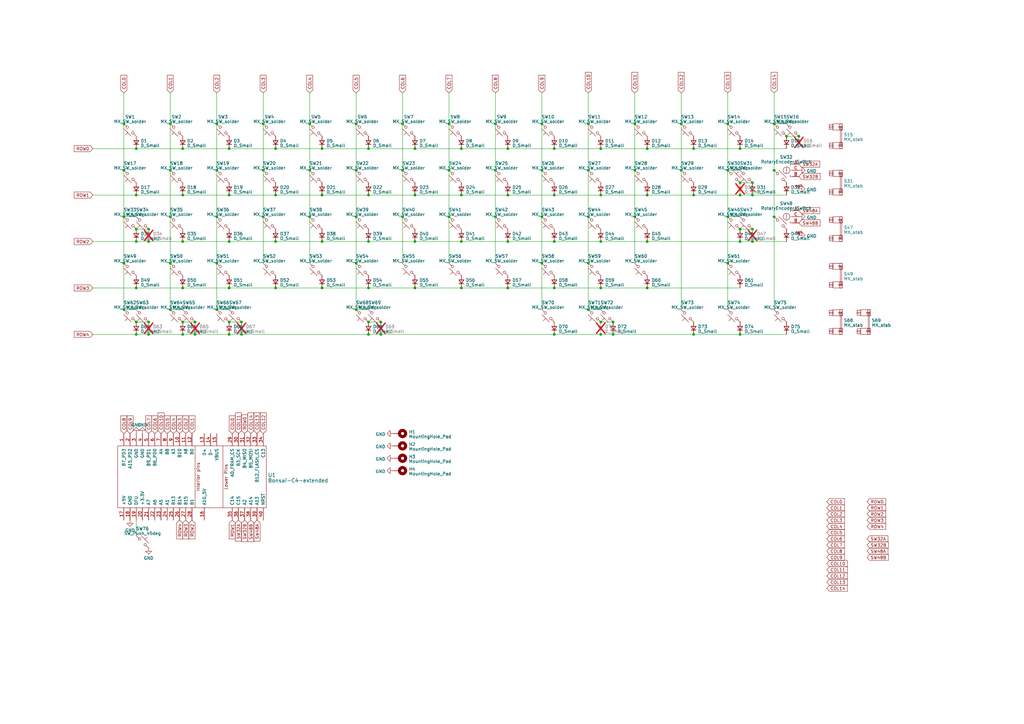
<source format=kicad_sch>
(kicad_sch (version 20230121) (generator eeschema)
  (paper "A3")
  (title_block (title "zensai65_UNI_i3"))
  (junction (at 156.21 132.08))
  (junction (at 151.13 132.08))
  (junction (at 69.85 107.95))
  (junction (at 184.15 50.8))
  (junction (at 74.93 132.08))
  (junction (at 308.61 80.01))
  (junction (at 55.88 118.11))
  (junction (at 127 88.9))
  (junction (at 74.93 137.16))
  (junction (at 93.98 132.08))
  (junction (at 80.01 137.16))
  (junction (at 170.18 60.96))
  (junction (at 189.23 80.01))
  (junction (at 203.2 69.85))
  (junction (at 317.5 69.85))
  (junction (at 317.5 88.9))
  (junction (at 327.66 55.88))
  (junction (at 284.48 60.96))
  (junction (at 322.58 55.88))
  (junction (at 203.2 50.8))
  (junction (at 69.85 69.85))
  (junction (at 208.28 80.01))
  (junction (at 60.96 99.06))
  (junction (at 113.03 60.96))
  (junction (at 50.8 88.9))
  (junction (at 165.1 50.8))
  (junction (at 156.21 137.16))
  (junction (at 246.38 132.08))
  (junction (at 132.08 80.01))
  (junction (at 265.43 60.96))
  (junction (at 146.05 50.8))
  (junction (at 265.43 118.11))
  (junction (at 284.48 137.16))
  (junction (at 170.18 80.01))
  (junction (at 69.85 127))
  (junction (at 88.9 107.95))
  (junction (at 74.93 118.11))
  (junction (at 184.15 88.9))
  (junction (at 50.8 107.95))
  (junction (at 88.9 127))
  (junction (at 246.38 60.96))
  (junction (at 93.98 60.96))
  (junction (at 50.8 69.85))
  (junction (at 93.98 118.11))
  (junction (at 60.96 137.16))
  (junction (at 208.28 118.11))
  (junction (at 246.38 137.16))
  (junction (at 165.1 69.85))
  (junction (at 127 50.8))
  (junction (at 227.33 60.96))
  (junction (at 93.98 80.01))
  (junction (at 303.53 74.93))
  (junction (at 69.85 88.9))
  (junction (at 298.45 69.85))
  (junction (at 151.13 137.16))
  (junction (at 303.53 93.98))
  (junction (at 265.43 99.06))
  (junction (at 151.13 118.11))
  (junction (at 80.01 132.08))
  (junction (at 146.05 69.85))
  (junction (at 189.23 60.96))
  (junction (at 74.93 60.96))
  (junction (at 241.3 50.8))
  (junction (at 298.45 88.9))
  (junction (at 251.46 132.08))
  (junction (at 151.13 60.96))
  (junction (at 93.98 137.16))
  (junction (at 132.08 99.06))
  (junction (at 308.61 74.93))
  (junction (at 241.3 127))
  (junction (at 208.28 60.96))
  (junction (at 50.8 127))
  (junction (at 241.3 69.85))
  (junction (at 170.18 118.11))
  (junction (at 208.28 99.06))
  (junction (at 50.8 50.8))
  (junction (at 146.05 127))
  (junction (at 113.03 99.06))
  (junction (at 227.33 137.16))
  (junction (at 246.38 99.06))
  (junction (at 69.85 50.8))
  (junction (at 151.13 99.06))
  (junction (at 303.53 80.01))
  (junction (at 170.18 99.06))
  (junction (at 60.96 93.98))
  (junction (at 88.9 88.9))
  (junction (at 165.1 88.9))
  (junction (at 222.25 107.95))
  (junction (at 55.88 80.01))
  (junction (at 60.96 132.08))
  (junction (at 308.61 93.98))
  (junction (at 146.05 88.9))
  (junction (at 246.38 80.01))
  (junction (at 241.3 107.95))
  (junction (at 107.95 69.85))
  (junction (at 317.5 50.8))
  (junction (at 227.33 80.01))
  (junction (at 107.95 88.9))
  (junction (at 222.25 88.9))
  (junction (at 227.33 118.11))
  (junction (at 113.03 80.01))
  (junction (at 303.53 137.16))
  (junction (at 127 69.85))
  (junction (at 303.53 99.06))
  (junction (at 132.08 118.11))
  (junction (at 55.88 60.96))
  (junction (at 74.93 80.01))
  (junction (at 227.33 99.06))
  (junction (at 146.05 107.95))
  (junction (at 298.45 50.8))
  (junction (at 279.4 50.8))
  (junction (at 132.08 60.96))
  (junction (at 260.35 50.8))
  (junction (at 260.35 69.85))
  (junction (at 55.88 132.08))
  (junction (at 99.06 132.08))
  (junction (at 265.43 80.01))
  (junction (at 222.25 69.85))
  (junction (at 93.98 99.06))
  (junction (at 203.2 88.9))
  (junction (at 222.25 50.8))
  (junction (at 88.9 69.85))
  (junction (at 55.88 137.16))
  (junction (at 298.45 107.95))
  (junction (at 113.03 118.11))
  (junction (at 99.06 137.16))
  (junction (at 189.23 118.11))
  (junction (at 189.23 99.06))
  (junction (at 251.46 137.16))
  (junction (at 246.38 118.11))
  (junction (at 151.13 80.01))
  (junction (at 55.88 99.06))
  (junction (at 184.15 69.85))
  (junction (at 74.93 99.06))
  (junction (at 284.48 80.01))
  (junction (at 55.88 93.98))
  (junction (at 260.35 88.9))
  (junction (at 303.53 60.96))
  (junction (at 107.95 50.8))
  (junction (at 241.3 88.9))
  (junction (at 279.4 69.85))
  (junction (at 308.61 99.06))
  (junction (at 88.9 50.8))
  (wire (pts (xy 74.93 80.01) (xy 93.98 80.01)))
  (wire (pts (xy 151.13 99.06) (xy 170.18 99.06)))
  (wire (pts (xy 298.45 38.1) (xy 298.45 50.8)))
  (wire (pts (xy 265.43 118.11) (xy 303.53 118.11)))
  (wire (pts (xy 170.18 118.11) (xy 189.23 118.11)))
  (wire (pts (xy 50.8 127) (xy 55.88 127)))
  (wire (pts (xy 308.61 80.01) (xy 322.58 80.01)))
  (wire (pts (xy 284.48 60.96) (xy 303.53 60.96)))
  (wire (pts (xy 113.03 118.11) (xy 132.08 118.11)))
  (wire (pts (xy 55.88 118.11) (xy 74.93 118.11)))
  (wire (pts (xy 74.93 118.11) (xy 93.98 118.11)))
  (wire (pts (xy 151.13 137.16) (xy 156.21 137.16)))
  (wire (pts (xy 127 50.8) (xy 127 69.85)))
  (wire (pts (xy 38.1 118.11) (xy 55.88 118.11)))
  (wire (pts (xy 107.95 38.1) (xy 107.95 50.8)))
  (wire (pts (xy 265.43 99.06) (xy 303.53 99.06)))
  (wire (pts (xy 55.88 93.98) (xy 60.96 93.98)))
  (wire (pts (xy 151.13 60.96) (xy 170.18 60.96)))
  (wire (pts (xy 55.88 132.08) (xy 60.96 132.08)))
  (wire (pts (xy 298.45 69.85) (xy 303.53 69.85)))
  (wire (pts (xy 170.18 80.01) (xy 189.23 80.01)))
  (wire (pts (xy 50.8 107.95) (xy 50.8 127)))
  (wire (pts (xy 50.8 69.85) (xy 50.8 88.9)))
  (wire (pts (xy 50.8 50.8) (xy 50.8 69.85)))
  (wire (pts (xy 55.88 137.16) (xy 60.96 137.16)))
  (wire (pts (xy 303.53 74.93) (xy 308.61 74.93)))
  (wire (pts (xy 55.88 60.96) (xy 74.93 60.96)))
  (wire (pts (xy 246.38 118.11) (xy 265.43 118.11)))
  (wire (pts (xy 298.45 69.85) (xy 298.45 88.9)))
  (wire (pts (xy 222.25 69.85) (xy 222.25 88.9)))
  (wire (pts (xy 107.95 88.9) (xy 107.95 107.95)))
  (wire (pts (xy 69.85 127) (xy 74.93 127)))
  (wire (pts (xy 222.25 38.1) (xy 222.25 50.8)))
  (wire (pts (xy 227.33 80.01) (xy 246.38 80.01)))
  (wire (pts (xy 107.95 69.85) (xy 107.95 88.9)))
  (wire (pts (xy 317.5 88.9) (xy 317.5 127)))
  (wire (pts (xy 260.35 88.9) (xy 260.35 107.95)))
  (wire (pts (xy 203.2 38.1) (xy 203.2 50.8)))
  (wire (pts (xy 38.1 137.16) (xy 55.88 137.16)))
  (wire (pts (xy 69.85 107.95) (xy 69.85 127)))
  (wire (pts (xy 80.01 137.16) (xy 93.98 137.16)))
  (wire (pts (xy 74.93 60.96) (xy 93.98 60.96)))
  (wire (pts (xy 69.85 69.85) (xy 69.85 88.9)))
  (wire (pts (xy 208.28 60.96) (xy 227.33 60.96)))
  (wire (pts (xy 93.98 80.01) (xy 113.03 80.01)))
  (wire (pts (xy 38.1 99.06) (xy 55.88 99.06)))
  (wire (pts (xy 298.45 107.95) (xy 298.45 127)))
  (wire (pts (xy 132.08 60.96) (xy 151.13 60.96)))
  (wire (pts (xy 189.23 60.96) (xy 208.28 60.96)))
  (wire (pts (xy 222.25 88.9) (xy 222.25 107.95)))
  (wire (pts (xy 241.3 38.1) (xy 241.3 50.8)))
  (wire (pts (xy 113.03 99.06) (xy 132.08 99.06)))
  (wire (pts (xy 241.3 50.8) (xy 241.3 69.85)))
  (wire (pts (xy 203.2 69.85) (xy 203.2 88.9)))
  (wire (pts (xy 284.48 80.01) (xy 303.53 80.01)))
  (wire (pts (xy 165.1 50.8) (xy 165.1 69.85)))
  (wire (pts (xy 88.9 88.9) (xy 88.9 107.95)))
  (wire (pts (xy 203.2 50.8) (xy 203.2 69.85)))
  (wire (pts (xy 88.9 38.1) (xy 88.9 50.8)))
  (wire (pts (xy 260.35 50.8) (xy 260.35 69.85)))
  (wire (pts (xy 227.33 99.06) (xy 246.38 99.06)))
  (wire (pts (xy 88.9 50.8) (xy 88.9 69.85)))
  (wire (pts (xy 88.9 69.85) (xy 88.9 88.9)))
  (wire (pts (xy 50.8 38.1) (xy 50.8 50.8)))
  (wire (pts (xy 265.43 60.96) (xy 284.48 60.96)))
  (wire (pts (xy 189.23 118.11) (xy 208.28 118.11)))
  (wire (pts (xy 151.13 118.11) (xy 170.18 118.11)))
  (wire (pts (xy 170.18 99.06) (xy 189.23 99.06)))
  (wire (pts (xy 279.4 50.8) (xy 279.4 69.85)))
  (wire (pts (xy 241.3 107.95) (xy 241.3 127)))
  (wire (pts (xy 165.1 69.85) (xy 165.1 88.9)))
  (wire (pts (xy 93.98 137.16) (xy 99.06 137.16)))
  (wire (pts (xy 227.33 60.96) (xy 246.38 60.96)))
  (wire (pts (xy 260.35 69.85) (xy 260.35 88.9)))
  (wire (pts (xy 317.5 50.8) (xy 322.58 50.8)))
  (wire (pts (xy 246.38 99.06) (xy 265.43 99.06)))
  (wire (pts (xy 127 38.1) (xy 127 50.8)))
  (wire (pts (xy 69.85 88.9) (xy 69.85 107.95)))
  (wire (pts (xy 298.45 88.9) (xy 303.53 88.9)))
  (wire (pts (xy 184.15 38.1) (xy 184.15 50.8)))
  (wire (pts (xy 156.21 137.16) (xy 227.33 137.16)))
  (wire (pts (xy 208.28 99.06) (xy 227.33 99.06)))
  (wire (pts (xy 69.85 50.8) (xy 69.85 69.85)))
  (wire (pts (xy 55.88 99.06) (xy 60.96 99.06)))
  (wire (pts (xy 246.38 137.16) (xy 251.46 137.16)))
  (wire (pts (xy 284.48 137.16) (xy 303.53 137.16)))
  (wire (pts (xy 279.4 69.85) (xy 279.4 127)))
  (wire (pts (xy 55.88 213.36) (xy 55.88 219.71)))
  (wire (pts (xy 93.98 60.96) (xy 113.03 60.96)))
  (wire (pts (xy 303.53 99.06) (xy 308.61 99.06)))
  (wire (pts (xy 38.1 60.96) (xy 55.88 60.96)))
  (wire (pts (xy 74.93 99.06) (xy 93.98 99.06)))
  (wire (pts (xy 151.13 132.08) (xy 156.21 132.08)))
  (wire (pts (xy 146.05 50.8) (xy 146.05 69.85)))
  (wire (pts (xy 50.8 88.9) (xy 50.8 107.95)))
  (wire (pts (xy 93.98 118.11) (xy 113.03 118.11)))
  (wire (pts (xy 189.23 80.01) (xy 208.28 80.01)))
  (wire (pts (xy 60.96 137.16) (xy 74.93 137.16)))
  (wire (pts (xy 184.15 50.8) (xy 184.15 69.85)))
  (wire (pts (xy 222.25 107.95) (xy 222.25 127)))
  (wire (pts (xy 241.3 88.9) (xy 241.3 107.95)))
  (wire (pts (xy 50.8 88.9) (xy 55.88 88.9)))
  (wire (pts (xy 251.46 137.16) (xy 284.48 137.16)))
  (wire (pts (xy 38.1 80.01) (xy 55.88 80.01)))
  (wire (pts (xy 132.08 118.11) (xy 151.13 118.11)))
  (wire (pts (xy 246.38 132.08) (xy 251.46 132.08)))
  (wire (pts (xy 165.1 88.9) (xy 165.1 107.95)))
  (wire (pts (xy 146.05 38.1) (xy 146.05 50.8)))
  (wire (pts (xy 146.05 88.9) (xy 146.05 107.95)))
  (wire (pts (xy 55.88 80.01) (xy 74.93 80.01)))
  (wire (pts (xy 303.53 80.01) (xy 308.61 80.01)))
  (wire (pts (xy 227.33 118.11) (xy 246.38 118.11)))
  (wire (pts (xy 317.5 38.1) (xy 317.5 50.8)))
  (wire (pts (xy 99.06 137.16) (xy 151.13 137.16)))
  (wire (pts (xy 146.05 127) (xy 151.13 127)))
  (wire (pts (xy 317.5 50.8) (xy 317.5 69.85)))
  (wire (pts (xy 279.4 38.1) (xy 279.4 50.8)))
  (wire (pts (xy 184.15 88.9) (xy 184.15 107.95)))
  (wire (pts (xy 93.98 99.06) (xy 113.03 99.06)))
  (wire (pts (xy 127 88.9) (xy 127 107.95)))
  (wire (pts (xy 246.38 60.96) (xy 265.43 60.96)))
  (wire (pts (xy 303.53 93.98) (xy 308.61 93.98)))
  (wire (pts (xy 170.18 60.96) (xy 189.23 60.96)))
  (wire (pts (xy 127 69.85) (xy 127 88.9)))
  (wire (pts (xy 260.35 38.1) (xy 260.35 50.8)))
  (wire (pts (xy 246.38 80.01) (xy 265.43 80.01)))
  (wire (pts (xy 317.5 69.85) (xy 317.5 88.9)))
  (wire (pts (xy 227.33 137.16) (xy 246.38 137.16)))
  (wire (pts (xy 107.95 50.8) (xy 107.95 69.85)))
  (wire (pts (xy 203.2 88.9) (xy 203.2 107.95)))
  (wire (pts (xy 298.45 50.8) (xy 298.45 69.85)))
  (wire (pts (xy 93.98 132.08) (xy 99.06 132.08)))
  (wire (pts (xy 303.53 137.16) (xy 322.58 137.16)))
  (wire (pts (xy 132.08 99.06) (xy 151.13 99.06)))
  (wire (pts (xy 60.96 99.06) (xy 74.93 99.06)))
  (wire (pts (xy 69.85 38.1) (xy 69.85 50.8)))
  (wire (pts (xy 113.03 60.96) (xy 132.08 60.96)))
  (wire (pts (xy 113.03 80.01) (xy 132.08 80.01)))
  (wire (pts (xy 88.9 127) (xy 93.98 127)))
  (wire (pts (xy 132.08 80.01) (xy 151.13 80.01)))
  (wire (pts (xy 222.25 50.8) (xy 222.25 69.85)))
  (wire (pts (xy 165.1 38.1) (xy 165.1 50.8)))
  (wire (pts (xy 146.05 107.95) (xy 146.05 127)))
  (wire (pts (xy 241.3 69.85) (xy 241.3 88.9)))
  (wire (pts (xy 74.93 132.08) (xy 80.01 132.08)))
  (wire (pts (xy 151.13 80.01) (xy 170.18 80.01)))
  (wire (pts (xy 74.93 137.16) (xy 80.01 137.16)))
  (wire (pts (xy 184.15 69.85) (xy 184.15 88.9)))
  (wire (pts (xy 208.28 118.11) (xy 227.33 118.11)))
  (wire (pts (xy 322.58 55.88) (xy 327.66 55.88)))
  (wire (pts (xy 146.05 69.85) (xy 146.05 88.9)))
  (wire (pts (xy 241.3 127) (xy 246.38 127)))
  (wire (pts (xy 189.23 99.06) (xy 208.28 99.06)))
  (wire (pts (xy 303.53 60.96) (xy 322.58 60.96)))
  (wire (pts (xy 208.28 80.01) (xy 227.33 80.01)))
  (wire (pts (xy 298.45 88.9) (xy 298.45 107.95)))
  (wire (pts (xy 88.9 107.95) (xy 88.9 127)))
  (wire (pts (xy 265.43 80.01) (xy 284.48 80.01)))
  (wire (pts (xy 308.61 99.06) (xy 322.58 99.06)))
  (global_label "ROW0" (shape input) (at 100.33 177.8 90) (property "Intersheetrefs" "${INTERSHEET_REFS}" (effects hide)))
  (global_label "COL12" (shape input) (at 339.09 236.22 0) (property "Intersheetrefs" "${INTERSHEET_REFS}" (effects hide)))
  (global_label "SW32A" (shape input) (at 97.79 213.36 270) (property "Intersheetrefs" "${INTERSHEET_REFS}" (effects hide)))
  (global_label "COL2" (shape input) (at 76.2 177.8 90) (property "Intersheetrefs" "${INTERSHEET_REFS}" (effects hide)))
  (global_label "SW32B" (shape input) (at 327.66 72.39 0) (property "Intersheetrefs" "${INTERSHEET_REFS}" (effects hide)))
  (global_label "COL7" (shape input) (at 60.96 177.8 90) (property "Intersheetrefs" "${INTERSHEET_REFS}" (effects hide)))
  (global_label "SW48A" (shape input) (at 105.41 213.36 270) (property "Intersheetrefs" "${INTERSHEET_REFS}" (effects hide)))
  (global_label "COL4" (shape input) (at 127 38.1 90) (property "Intersheetrefs" "${INTERSHEET_REFS}" (effects hide)))
  (global_label "COL5" (shape input) (at 146.05 38.1 90) (property "Intersheetrefs" "${INTERSHEET_REFS}" (effects hide)))
  (global_label "COL11" (shape input) (at 260.35 38.1 90) (property "Intersheetrefs" "${INTERSHEET_REFS}" (effects hide)))
  (global_label "ROW3" (shape input) (at 355.6 213.36 0) (property "Intersheetrefs" "${INTERSHEET_REFS}" (effects hide)))
  (global_label "COL1" (shape input) (at 69.85 38.1 90) (property "Intersheetrefs" "${INTERSHEET_REFS}" (effects hide)))
  (global_label "COL11" (shape input) (at 97.79 177.8 90) (property "Intersheetrefs" "${INTERSHEET_REFS}" (effects hide)))
  (global_label "ROW2" (shape input) (at 355.6 210.82 0) (property "Intersheetrefs" "${INTERSHEET_REFS}" (effects hide)))
  (global_label "ROW3" (shape input) (at 76.2 213.36 270) (property "Intersheetrefs" "${INTERSHEET_REFS}" (effects hide)))
  (global_label "COL0" (shape input) (at 95.25 177.8 90) (property "Intersheetrefs" "${INTERSHEET_REFS}" (effects hide)))
  (global_label "COL8" (shape input) (at 50.8 177.8 90) (property "Intersheetrefs" "${INTERSHEET_REFS}" (effects hide)))
  (global_label "COL8" (shape input) (at 339.09 226.06 0) (property "Intersheetrefs" "${INTERSHEET_REFS}" (effects hide)))
  (global_label "COL8" (shape input) (at 203.2 38.1 90) (property "Intersheetrefs" "${INTERSHEET_REFS}" (effects hide)))
  (global_label "COL12" (shape input) (at 279.4 38.1 90) (property "Intersheetrefs" "${INTERSHEET_REFS}" (effects hide)))
  (global_label "SW32B" (shape input) (at 355.6 223.52 0) (property "Intersheetrefs" "${INTERSHEET_REFS}" (effects hide)))
  (global_label "COL10" (shape input) (at 66.04 177.8 90) (property "Intersheetrefs" "${INTERSHEET_REFS}" (effects hide)))
  (global_label "COL0" (shape input) (at 339.09 205.74 0) (property "Intersheetrefs" "${INTERSHEET_REFS}" (effects hide)))
  (global_label "SW48B" (shape input) (at 355.6 228.6 0) (property "Intersheetrefs" "${INTERSHEET_REFS}" (effects hide)))
  (global_label "COL7" (shape input) (at 339.09 223.52 0) (property "Intersheetrefs" "${INTERSHEET_REFS}" (effects hide)))
  (global_label "COL5" (shape input) (at 339.09 218.44 0) (property "Intersheetrefs" "${INTERSHEET_REFS}" (effects hide)))
  (global_label "COL5" (shape input) (at 68.58 177.8 90) (property "Intersheetrefs" "${INTERSHEET_REFS}" (effects hide)))
  (global_label "COL1" (shape input) (at 78.74 177.8 90) (property "Intersheetrefs" "${INTERSHEET_REFS}" (effects hide)))
  (global_label "SW32A" (shape input) (at 327.66 67.31 0) (property "Intersheetrefs" "${INTERSHEET_REFS}" (effects hide)))
  (global_label "COL9" (shape input) (at 339.09 228.6 0) (property "Intersheetrefs" "${INTERSHEET_REFS}" (effects hide)))
  (global_label "ROW3" (shape input) (at 38.1 118.11 180) (property "Intersheetrefs" "${INTERSHEET_REFS}" (effects hide)))
  (global_label "COL4" (shape input) (at 71.12 177.8 90) (property "Intersheetrefs" "${INTERSHEET_REFS}" (effects hide)))
  (global_label "ROW2" (shape input) (at 38.1 99.06 180) (property "Intersheetrefs" "${INTERSHEET_REFS}" (effects hide)))
  (global_label "ROW0" (shape input) (at 355.6 205.74 0) (property "Intersheetrefs" "${INTERSHEET_REFS}" (effects hide)))
  (global_label "COL2" (shape input) (at 88.9 38.1 90) (property "Intersheetrefs" "${INTERSHEET_REFS}" (effects hide)))
  (global_label "COL6" (shape input) (at 165.1 38.1 90) (property "Intersheetrefs" "${INTERSHEET_REFS}" (effects hide)))
  (global_label "COL13" (shape input) (at 105.41 177.8 90) (property "Intersheetrefs" "${INTERSHEET_REFS}" (effects hide)))
  (global_label "COL6" (shape input) (at 63.5 177.8 90) (property "Intersheetrefs" "${INTERSHEET_REFS}" (effects hide)))
  (global_label "COL14" (shape input) (at 317.5 38.1 90) (property "Intersheetrefs" "${INTERSHEET_REFS}" (effects hide)))
  (global_label "COL4" (shape input) (at 339.09 215.9 0) (property "Intersheetrefs" "${INTERSHEET_REFS}" (effects hide)))
  (global_label "ROW1" (shape input) (at 95.25 213.36 270) (property "Intersheetrefs" "${INTERSHEET_REFS}" (effects hide)))
  (global_label "SW48A" (shape input) (at 355.6 226.06 0) (property "Intersheetrefs" "${INTERSHEET_REFS}" (effects hide)))
  (global_label "COL10" (shape input) (at 241.3 38.1 90) (property "Intersheetrefs" "${INTERSHEET_REFS}" (effects hide)))
  (global_label "COL2" (shape input) (at 339.09 210.82 0) (property "Intersheetrefs" "${INTERSHEET_REFS}" (effects hide)))
  (global_label "COL0" (shape input) (at 50.8 38.1 90) (property "Intersheetrefs" "${INTERSHEET_REFS}" (effects hide)))
  (global_label "COL13" (shape input) (at 298.45 38.1 90) (property "Intersheetrefs" "${INTERSHEET_REFS}" (effects hide)))
  (global_label "COL9" (shape input) (at 222.25 38.1 90) (property "Intersheetrefs" "${INTERSHEET_REFS}" (effects hide)))
  (global_label "COL10" (shape input) (at 339.09 231.14 0) (property "Intersheetrefs" "${INTERSHEET_REFS}" (effects hide)))
  (global_label "SW48B" (shape input) (at 327.66 91.44 0) (property "Intersheetrefs" "${INTERSHEET_REFS}" (effects hide)))
  (global_label "COL7" (shape input) (at 184.15 38.1 90) (property "Intersheetrefs" "${INTERSHEET_REFS}" (effects hide)))
  (global_label "SW32A" (shape input) (at 355.6 220.98 0) (property "Intersheetrefs" "${INTERSHEET_REFS}" (effects hide)))
  (global_label "ROW4" (shape input) (at 38.1 137.16 180) (property "Intersheetrefs" "${INTERSHEET_REFS}" (effects hide)))
  (global_label "ROW1" (shape input) (at 355.6 208.28 0) (property "Intersheetrefs" "${INTERSHEET_REFS}" (effects hide)))
  (global_label "COL14" (shape input) (at 339.09 241.3 0) (property "Intersheetrefs" "${INTERSHEET_REFS}" (effects hide)))
  (global_label "COL3" (shape input) (at 339.09 213.36 0) (property "Intersheetrefs" "${INTERSHEET_REFS}" (effects hide)))
  (global_label "COL1" (shape input) (at 339.09 208.28 0) (property "Intersheetrefs" "${INTERSHEET_REFS}" (effects hide)))
  (global_label "COL12" (shape input) (at 107.95 177.8 90) (property "Intersheetrefs" "${INTERSHEET_REFS}" (effects hide)))
  (global_label "SW48A" (shape input) (at 327.66 86.36 0) (property "Intersheetrefs" "${INTERSHEET_REFS}" (effects hide)))
  (global_label "COL6" (shape input) (at 339.09 220.98 0) (property "Intersheetrefs" "${INTERSHEET_REFS}" (effects hide)))
  (global_label "ROW1" (shape input) (at 38.1 80.01 180) (property "Intersheetrefs" "${INTERSHEET_REFS}" (effects hide)))
  (global_label "COL14" (shape input) (at 102.87 177.8 90) (property "Intersheetrefs" "${INTERSHEET_REFS}" (effects hide)))
  (global_label "ROW2" (shape input) (at 78.74 213.36 270) (property "Intersheetrefs" "${INTERSHEET_REFS}" (effects hide)))
  (global_label "SW32B" (shape input) (at 100.33 213.36 270) (property "Intersheetrefs" "${INTERSHEET_REFS}" (effects hide)))
  (global_label "ROW4" (shape input) (at 355.6 215.9 0) (property "Intersheetrefs" "${INTERSHEET_REFS}" (effects hide)))
  (global_label "COL13" (shape input) (at 339.09 238.76 0) (property "Intersheetrefs" "${INTERSHEET_REFS}" (effects hide)))
  (global_label "COL3" (shape input) (at 107.95 38.1 90) (property "Intersheetrefs" "${INTERSHEET_REFS}" (effects hide)))
  (global_label "COL9" (shape input) (at 53.34 177.8 90) (property "Intersheetrefs" "${INTERSHEET_REFS}" (effects hide)))
  (global_label "COL11" (shape input) (at 339.09 233.68 0) (property "Intersheetrefs" "${INTERSHEET_REFS}" (effects hide)))
  (global_label "ROW4" (shape input) (at 73.66 213.36 270) (property "Intersheetrefs" "${INTERSHEET_REFS}" (effects hide)))
  (global_label "SW48B" (shape input) (at 102.87 213.36 270) (property "Intersheetrefs" "${INTERSHEET_REFS}" (effects hide)))
  (global_label "ROW0" (shape input) (at 38.1 60.96 180) (property "Intersheetrefs" "${INTERSHEET_REFS}" (effects hide)))
  (global_label "COL3" (shape input) (at 73.66 177.8 90) (property "Intersheetrefs" "${INTERSHEET_REFS}" (effects hide)))
  (symbol (lib_id "marbastlib-mx:MX_SW_solder") (at 262.89 53.34 180) (unit 1)
    (property "Reference" "SW12" (at 262.89 47.9171 0))
    (property "Value" "MX_SW_solder" (at 262.89 49.8381 0))
    (property "Footprint" "marbastlib-mx:SW_MX_1u" (effects hide))
  )
  (symbol (lib_id "marbastlib-mx:MX_SW_solder") (at 186.69 53.34 180) (unit 1)
    (property "Reference" "SW8" (at 186.69 47.9171 0))
    (property "Value" "MX_SW_solder" (at 186.69 49.8381 0))
    (property "Footprint" "marbastlib-mx:SW_MX_1u" (effects hide))
  )
  (symbol (lib_id "marbastlib-mx:MX_stab") (at 342.9 74.93 90) (unit 1)
    (property "Reference" "S31" (at 346.075 74.2863 90) (effects (justify right)))
    (property "Value" "MX_stab" (at 346.075 76.2073 90) (effects (justify right)))
    (property "Footprint" "marbastlib-mx:STAB_MX_P_2u" (effects hide))
  )
  (symbol (lib_id "marbastlib-mx:MX_SW_solder") (at 300.99 129.54 180) (unit 1)
    (property "Reference" "SW74" (at 300.99 124.1171 0))
    (property "Value" "MX_SW_solder" (at 300.99 126.0381 0))
    (property "Footprint" "marbastlib-mx:SW_MX_1u" (effects hide))
  )
  (symbol (lib_id "Mechanical:MountingHole_Pad") (at 163.83 187.96 270) (unit 1)
    (property "Reference" "H3" (at 167.64 187.3163 90) (effects (justify left)))
    (property "Value" "MountingHole_Pad" (at 167.64 189.2373 90) (effects (justify left)))
    (property "Footprint" "MountingHole:MountingHole_2.2mm_M2_Pad" (effects hide))
  )
  (symbol (lib_id "Device:D_Small") (at 151.13 134.62 90) (unit 1)
    (property "Reference" "D68" (at 152.908 133.9763 90) (effects (justify right)))
    (property "Value" "D_Small" (at 152.908 135.8973 90) (effects (justify right)))
    (property "Footprint" "shoonies_parts:D_SOD-123_CLEAN" (effects hide))
    (property "Sim.Device" "D" (effects hide))
    (property "Sim.Pins" "1=K 2=A" (effects hide))
  )
  (symbol (lib_id "Device:D_Small") (at 322.58 134.62 90) (unit 1)
    (property "Reference" "D75" (at 324.358 133.9763 90) (effects (justify right)))
    (property "Value" "D_Small" (at 324.358 135.8973 90) (effects (justify right)))
    (property "Footprint" "shoonies_parts:D_SOD-123_CLEAN" (effects hide))
    (property "Sim.Device" "D" (effects hide))
    (property "Sim.Pins" "1=K 2=A" (effects hide))
  )
  (symbol (lib_id "Device:D_Small") (at 189.23 58.42 90) (unit 1)
    (property "Reference" "D8" (at 191.008 57.7763 90) (effects (justify right)))
    (property "Value" "D_Small" (at 191.008 59.6973 90) (effects (justify right)))
    (property "Footprint" "shoonies_parts:D_SOD-123_CLEAN" (effects hide))
    (property "Sim.Device" "D" (effects hide))
    (property "Sim.Pins" "1=K 2=A" (effects hide))
  )
  (symbol (lib_id "power:GND") (at 161.29 177.8 270) (unit 1)
    (property "Reference" "#PWR09" (effects hide))
    (property "Value" "GND" (at 158.1151 178.1168 90) (effects (justify right)))
  )
  (symbol (lib_id "Device:D_Small") (at 74.93 77.47 90) (unit 1)
    (property "Reference" "D18" (at 76.708 76.8263 90) (effects (justify right)))
    (property "Value" "D_Small" (at 76.708 78.7473 90) (effects (justify right)))
    (property "Footprint" "shoonies_parts:D_SOD-123_CLEAN" (effects hide))
    (property "Sim.Device" "D" (effects hide))
    (property "Sim.Pins" "1=K 2=A" (effects hide))
  )
  (symbol (lib_id "marbastlib-mx:MX_stab") (at 342.9 93.98 90) (unit 1)
    (property "Reference" "S47" (at 346.075 93.3363 90) (effects (justify right)))
    (property "Value" "MX_stab" (at 346.075 95.2573 90) (effects (justify right)))
    (property "Footprint" "marbastlib-mx:STAB_MX_P_2u" (effects hide))
  )
  (symbol (lib_id "marbastlib-mx:MX_SW_solder") (at 53.34 129.54 180) (unit 1)
    (property "Reference" "SW62" (at 53.34 124.1171 0))
    (property "Value" "MX_SW_solder" (at 53.34 126.0381 0))
    (property "Footprint" "marbastlib-mx:SW_MX_1u" (effects hide))
  )
  (symbol (lib_id "Device:D_Small") (at 246.38 58.42 90) (unit 1)
    (property "Reference" "D11" (at 248.158 57.7763 90) (effects (justify right)))
    (property "Value" "D_Small" (at 248.158 59.6973 90) (effects (justify right)))
    (property "Footprint" "shoonies_parts:D_SOD-123_CLEAN" (effects hide))
    (property "Sim.Device" "D" (effects hide))
    (property "Sim.Pins" "1=K 2=A" (effects hide))
  )
  (symbol (lib_id "marbastlib-mx:MX_SW_solder") (at 224.79 91.44 180) (unit 1)
    (property "Reference" "SW43" (at 224.79 86.0171 0))
    (property "Value" "MX_SW_solder" (at 224.79 87.9381 0))
    (property "Footprint" "marbastlib-mx:SW_MX_1u" (effects hide))
  )
  (symbol (lib_id "marbastlib-mx:MX_SW_solder") (at 91.44 91.44 180) (unit 1)
    (property "Reference" "SW36" (at 91.44 86.0171 0))
    (property "Value" "MX_SW_solder" (at 91.44 87.9381 0))
    (property "Footprint" "marbastlib-mx:SW_MX_1u" (effects hide))
  )
  (symbol (lib_id "Device:D_Small") (at 189.23 96.52 90) (unit 1)
    (property "Reference" "D41" (at 191.008 95.8763 90) (effects (justify right)))
    (property "Value" "D_Small" (at 191.008 97.7973 90) (effects (justify right)))
    (property "Footprint" "shoonies_parts:D_SOD-123_CLEAN" (effects hide))
    (property "Sim.Device" "D" (effects hide))
    (property "Sim.Pins" "1=K 2=A" (effects hide))
  )
  (symbol (lib_id "Device:D_Small") (at 265.43 77.47 90) (unit 1)
    (property "Reference" "D28" (at 267.208 76.8263 90) (effects (justify right)))
    (property "Value" "D_Small" (at 267.208 78.7473 90) (effects (justify right)))
    (property "Footprint" "shoonies_parts:D_SOD-123_CLEAN" (effects hide))
    (property "Sim.Device" "D" (effects hide))
    (property "Sim.Pins" "1=K 2=A" (effects hide))
  )
  (symbol (lib_id "marbastlib-mx:MX_SW_solder") (at 153.67 129.54 180) (unit 1)
    (property "Reference" "SW69" (at 153.67 124.1171 0))
    (property "Value" "MX_SW_solder" (at 153.67 126.0381 0))
    (property "Footprint" "marbastlib-mx:SW_MX_1u" (effects hide))
  )
  (symbol (lib_id "power:GND") (at 161.29 193.04 270) (unit 1)
    (property "Reference" "#PWR012" (effects hide))
    (property "Value" "GND" (at 158.1151 193.3568 90) (effects (justify right)))
  )
  (symbol (lib_id "Mechanical:MountingHole_Pad") (at 163.83 182.88 270) (unit 1)
    (property "Reference" "H2" (at 167.64 182.2363 90) (effects (justify left)))
    (property "Value" "MountingHole_Pad" (at 167.64 184.1573 90) (effects (justify left)))
    (property "Footprint" "MountingHole:MountingHole_2.2mm_M2_Pad" (effects hide))
  )
  (symbol (lib_id "marbastlib-mx:MX_SW_solder") (at 248.92 129.54 180) (unit 1)
    (property "Reference" "SW72" (at 248.92 124.1171 0))
    (property "Value" "MX_SW_solder" (at 248.92 126.0381 0))
    (property "Footprint" "marbastlib-mx:SW_MX_1u" (effects hide))
  )
  (symbol (lib_id "Device:D_Small") (at 284.48 134.62 90) (unit 1)
    (property "Reference" "D73" (at 286.258 133.9763 90) (effects (justify right)))
    (property "Value" "D_Small" (at 286.258 135.8973 90) (effects (justify right)))
    (property "Footprint" "shoonies_parts:D_SOD-123_CLEAN" (effects hide))
    (property "Sim.Device" "D" (effects hide))
    (property "Sim.Pins" "1=K 2=A" (effects hide))
  )
  (symbol (lib_id "marbastlib-mx:MX_SW_solder") (at 186.69 110.49 180) (unit 1)
    (property "Reference" "SW56" (at 186.69 105.0671 0))
    (property "Value" "MX_SW_solder" (at 186.69 106.9881 0))
    (property "Footprint" "marbastlib-mx:SW_MX_1u" (effects hide))
  )
  (symbol (lib_id "Device:D_Small") (at 246.38 134.62 90) (unit 1) (in_bom no) (on_board no) (dnp yes)
    (property "Reference" "D71" (at 248.158 133.9763 90) (effects (justify right)))
    (property "Value" "D_Small" (at 248.158 135.8973 90) (effects (justify right)))
    (property "Footprint" "shoonies_parts:D_SOD-123_CLEAN" (effects hide))
    (property "Sim.Device" "D" (effects hide))
    (property "Sim.Pins" "1=K 2=A" (effects hide))
  )
  (symbol (lib_id "marbastlib-mx:MX_SW_solder") (at 110.49 72.39 180) (unit 1)
    (property "Reference" "SW20" (at 110.49 66.9671 0))
    (property "Value" "MX_SW_solder" (at 110.49 68.8881 0))
    (property "Footprint" "marbastlib-mx:SW_MX_1u" (effects hide))
  )
  (symbol (lib_id "marbastlib-mx:MX_SW_solder") (at 129.54 72.39 180) (unit 1)
    (property "Reference" "SW21" (at 129.54 66.9671 0))
    (property "Value" "MX_SW_solder" (at 129.54 68.8881 0))
    (property "Footprint" "marbastlib-mx:SW_MX_1u" (effects hide))
  )
  (symbol (lib_id "Device:D_Small") (at 208.28 77.47 90) (unit 1)
    (property "Reference" "D25" (at 210.058 76.8263 90) (effects (justify right)))
    (property "Value" "D_Small" (at 210.058 78.7473 90) (effects (justify right)))
    (property "Footprint" "shoonies_parts:D_SOD-123_CLEAN" (effects hide))
    (property "Sim.Device" "D" (effects hide))
    (property "Sim.Pins" "1=K 2=A" (effects hide))
  )
  (symbol (lib_id "Device:D_Small") (at 132.08 77.47 90) (unit 1)
    (property "Reference" "D21" (at 133.858 76.8263 90) (effects (justify right)))
    (property "Value" "D_Small" (at 133.858 78.7473 90) (effects (justify right)))
    (property "Footprint" "shoonies_parts:D_SOD-123_CLEAN" (effects hide))
    (property "Sim.Device" "D" (effects hide))
    (property "Sim.Pins" "1=K 2=A" (effects hide))
  )
  (symbol (lib_id "Device:D_Small") (at 74.93 115.57 90) (unit 1)
    (property "Reference" "D50" (at 76.708 114.9263 90) (effects (justify right)))
    (property "Value" "D_Small" (at 76.708 116.8473 90) (effects (justify right)))
    (property "Footprint" "shoonies_parts:D_SOD-123_CLEAN" (effects hide))
    (property "Sim.Device" "D" (effects hide))
    (property "Sim.Pins" "1=K 2=A" (effects hide))
  )
  (symbol (lib_id "Device:D_Small") (at 60.96 134.62 90) (unit 1) (in_bom no) (on_board no) (dnp yes)
    (property "Reference" "D63" (at 62.738 133.9763 90) (effects (justify right)))
    (property "Value" "D_Small" (at 62.738 135.8973 90) (effects (justify right)))
    (property "Footprint" "shoonies_parts:D_SOD-123_CLEAN" (effects hide))
    (property "Sim.Device" "D" (effects hide))
    (property "Sim.Pins" "1=K 2=A" (effects hide))
  )
  (symbol (lib_id "power:GND") (at 53.34 213.36 0) (unit 1)
    (property "Reference" "#PWR01" (effects hide))
    (property "Value" "GND" (at 53.34 217.4955 0))
  )
  (symbol (lib_id "Switch:SW_Push_45deg") (at 58.42 222.25 0) (unit 1)
    (property "Reference" "SW76" (at 58.42 216.8271 0))
    (property "Value" "SW_Push_45deg" (at 58.42 218.7481 0))
    (property "Footprint" "Button_Switch_SMD:SW_SPST_TL3342" (effects hide))
  )
  (symbol (lib_id "Device:D_Small") (at 227.33 96.52 90) (unit 1)
    (property "Reference" "D43" (at 229.108 95.8763 90) (effects (justify right)))
    (property "Value" "D_Small" (at 229.108 97.7973 90) (effects (justify right)))
    (property "Footprint" "shoonies_parts:D_SOD-123_CLEAN" (effects hide))
    (property "Sim.Device" "D" (effects hide))
    (property "Sim.Pins" "1=K 2=A" (effects hide))
  )
  (symbol (lib_id "Device:D_Small") (at 74.93 134.62 90) (unit 1)
    (property "Reference" "D64" (at 76.708 133.9763 90) (effects (justify right)))
    (property "Value" "D_Small" (at 76.708 135.8973 90) (effects (justify right)))
    (property "Footprint" "shoonies_parts:D_SOD-123_CLEAN" (effects hide))
    (property "Sim.Device" "D" (effects hide))
    (property "Sim.Pins" "1=K 2=A" (effects hide))
  )
  (symbol (lib_id "marbastlib-mx:MX_SW_solder") (at 148.59 91.44 180) (unit 1)
    (property "Reference" "SW39" (at 148.59 86.0171 0))
    (property "Value" "MX_SW_solder" (at 148.59 87.9381 0))
    (property "Footprint" "marbastlib-mx:SW_MX_1u" (effects hide))
  )
  (symbol (lib_id "Device:D_Small") (at 156.21 134.62 90) (unit 1) (in_bom no) (on_board no) (dnp yes)
    (property "Reference" "D69" (at 157.988 133.9763 90) (effects (justify right)))
    (property "Value" "D_Small" (at 157.988 135.8973 90) (effects (justify right)))
    (property "Footprint" "shoonies_parts:D_SOD-123_CLEAN" (effects hide))
    (property "Sim.Device" "D" (effects hide))
    (property "Sim.Pins" "1=K 2=A" (effects hide))
  )
  (symbol (lib_id "Device:D_Small") (at 246.38 96.52 90) (unit 1)
    (property "Reference" "D44" (at 248.158 95.8763 90) (effects (justify right)))
    (property "Value" "D_Small" (at 248.158 97.7973 90) (effects (justify right)))
    (property "Footprint" "shoonies_parts:D_SOD-123_CLEAN" (effects hide))
    (property "Sim.Device" "D" (effects hide))
    (property "Sim.Pins" "1=K 2=A" (effects hide))
  )
  (symbol (lib_id "Device:D_Small") (at 113.03 77.47 90) (unit 1)
    (property "Reference" "D20" (at 114.808 76.8263 90) (effects (justify right)))
    (property "Value" "D_Small" (at 114.808 78.7473 90) (effects (justify right)))
    (property "Footprint" "shoonies_parts:D_SOD-123_CLEAN" (effects hide))
    (property "Sim.Device" "D" (effects hide))
    (property "Sim.Pins" "1=K 2=A" (effects hide))
  )
  (symbol (lib_id "Device:D_Small") (at 93.98 115.57 90) (unit 1)
    (property "Reference" "D51" (at 95.758 114.9263 90) (effects (justify right)))
    (property "Value" "D_Small" (at 95.758 116.8473 90) (effects (justify right)))
    (property "Footprint" "shoonies_parts:D_SOD-123_CLEAN" (effects hide))
    (property "Sim.Device" "D" (effects hide))
    (property "Sim.Pins" "1=K 2=A" (effects hide))
  )
  (symbol (lib_id "power:GND") (at 161.29 187.96 270) (unit 1)
    (property "Reference" "#PWR011" (effects hide))
    (property "Value" "GND" (at 158.1151 188.2768 90) (effects (justify right)))
  )
  (symbol (lib_id "power:GND") (at 161.29 182.88 270) (unit 1)
    (property "Reference" "#PWR010" (effects hide))
    (property "Value" "GND" (at 158.1151 183.1968 90) (effects (justify right)))
  )
  (symbol (lib_id "marbastlib-mx:MX_SW_solder") (at 53.34 53.34 180) (unit 1)
    (property "Reference" "SW1" (at 53.34 47.9171 0))
    (property "Value" "MX_SW_solder" (at 53.34 49.8381 0))
    (property "Footprint" "marbastlib-mx:SW_MX_1u" (effects hide))
  )
  (symbol (lib_id "marbastlib-mx:MX_SW_solder") (at 129.54 110.49 180) (unit 1)
    (property "Reference" "SW53" (at 129.54 105.0671 0))
    (property "Value" "MX_SW_solder" (at 129.54 106.9881 0))
    (property "Footprint" "marbastlib-mx:SW_MX_1u" (effects hide))
  )
  (symbol (lib_id "Device:D_Small") (at 246.38 77.47 90) (unit 1)
    (property "Reference" "D27" (at 248.158 76.8263 90) (effects (justify right)))
    (property "Value" "D_Small" (at 248.158 78.7473 90) (effects (justify right)))
    (property "Footprint" "shoonies_parts:D_SOD-123_CLEAN" (effects hide))
    (property "Sim.Device" "D" (effects hide))
    (property "Sim.Pins" "1=K 2=A" (effects hide))
  )
  (symbol (lib_id "Device:D_Small") (at 151.13 96.52 90) (unit 1)
    (property "Reference" "D39" (at 152.908 95.8763 90) (effects (justify right)))
    (property "Value" "D_Small" (at 152.908 97.7973 90) (effects (justify right)))
    (property "Footprint" "shoonies_parts:D_SOD-123_CLEAN" (effects hide))
    (property "Sim.Device" "D" (effects hide))
    (property "Sim.Pins" "1=K 2=A" (effects hide))
  )
  (symbol (lib_id "Device:D_Small") (at 170.18 96.52 90) (unit 1)
    (property "Reference" "D40" (at 171.958 95.8763 90) (effects (justify right)))
    (property "Value" "D_Small" (at 171.958 97.7973 90) (effects (justify right)))
    (property "Footprint" "shoonies_parts:D_SOD-123_CLEAN" (effects hide))
    (property "Sim.Device" "D" (effects hide))
    (property "Sim.Pins" "1=K 2=A" (effects hide))
  )
  (symbol (lib_id "marbastlib-mx:MX_SW_solder") (at 243.84 72.39 180) (unit 1)
    (property "Reference" "SW27" (at 243.84 66.9671 0))
    (property "Value" "MX_SW_solder" (at 243.84 68.8881 0))
    (property "Footprint" "marbastlib-mx:SW_MX_1u" (effects hide))
  )
  (symbol (lib_id "Device:D_Small") (at 55.88 134.62 90) (unit 1)
    (property "Reference" "D62" (at 57.658 133.9763 90) (effects (justify right)))
    (property "Value" "D_Small" (at 57.658 135.8973 90) (effects (justify right)))
    (property "Footprint" "shoonies_parts:D_SOD-123_CLEAN" (effects hide))
    (property "Sim.Device" "D" (effects hide))
    (property "Sim.Pins" "1=K 2=A" (effects hide))
  )
  (symbol (lib_id "Device:D_Small") (at 284.48 77.47 90) (unit 1)
    (property "Reference" "D29" (at 286.258 76.8263 90) (effects (justify right)))
    (property "Value" "D_Small" (at 286.258 78.7473 90) (effects (justify right)))
    (property "Footprint" "shoonies_parts:D_SOD-123_CLEAN" (effects hide))
    (property "Sim.Device" "D" (effects hide))
    (property "Sim.Pins" "1=K 2=A" (effects hide))
  )
  (symbol (lib_id "Mechanical:MountingHole_Pad") (at 163.83 177.8 270) (unit 1)
    (property "Reference" "H1" (at 167.64 177.1563 90) (effects (justify left)))
    (property "Value" "MountingHole_Pad" (at 167.64 179.0773 90) (effects (justify left)))
    (property "Footprint" "MountingHole:MountingHole_2.2mm_M2_Pad" (effects hide))
  )
  (symbol (lib_id "Device:D_Small") (at 284.48 58.42 90) (unit 1)
    (property "Reference" "D13" (at 286.258 57.7763 90) (effects (justify right)))
    (property "Value" "D_Small" (at 286.258 59.6973 90) (effects (justify right)))
    (property "Footprint" "shoonies_parts:D_SOD-123_CLEAN" (effects hide))
    (property "Sim.Device" "D" (effects hide))
    (property "Sim.Pins" "1=K 2=A" (effects hide))
  )
  (symbol (lib_id "Device:D_Small") (at 93.98 134.62 90) (unit 1)
    (property "Reference" "D66" (at 95.758 133.9763 90) (effects (justify right)))
    (property "Value" "D_Small" (at 95.758 135.8973 90) (effects (justify right)))
    (property "Footprint" "shoonies_parts:D_SOD-123_CLEAN" (effects hide))
    (property "Sim.Device" "D" (effects hide))
    (property "Sim.Pins" "1=K 2=A" (effects hide))
  )
  (symbol (lib_id "Device:D_Small") (at 265.43 58.42 90) (unit 1)
    (property "Reference" "D12" (at 267.208 57.7763 90) (effects (justify right)))
    (property "Value" "D_Small" (at 267.208 59.6973 90) (effects (justify right)))
    (property "Footprint" "shoonies_parts:D_SOD-123_CLEAN" (effects hide))
    (property "Sim.Device" "D" (effects hide))
    (property "Sim.Pins" "1=K 2=A" (effects hide))
  )
  (symbol (lib_id "Device:D_Small") (at 308.61 96.52 90) (unit 1) (in_bom no) (on_board no) (dnp yes)
    (property "Reference" "D47" (at 310.388 95.8763 90) (effects (justify right)))
    (property "Value" "D_Small" (at 310.388 97.7973 90) (effects (justify right)))
    (property "Footprint" "shoonies_parts:D_SOD-123_CLEAN" (effects hide))
    (property "Sim.Device" "D" (effects hide))
    (property "Sim.Pins" "1=K 2=A" (effects hide))
  )
  (symbol (lib_id "marbastlib-mx:MX_SW_solder") (at 167.64 110.49 180) (unit 1)
    (property "Reference" "SW55" (at 167.64 105.0671 0))
    (property "Value" "MX_SW_solder" (at 167.64 106.9881 0))
    (property "Footprint" "marbastlib-mx:SW_MX_1u" (effects hide))
  )
  (symbol (lib_id "Device:D_Small") (at 170.18 115.57 90) (unit 1)
    (property "Reference" "D55" (at 171.958 114.9263 90) (effects (justify right)))
    (property "Value" "D_Small" (at 171.958 116.8473 90) (effects (justify right)))
    (property "Footprint" "shoonies_parts:D_SOD-123_CLEAN" (effects hide))
    (property "Sim.Device" "D" (effects hide))
    (property "Sim.Pins" "1=K 2=A" (effects hide))
  )
  (symbol (lib_id "Device:D_Small") (at 208.28 115.57 90) (unit 1)
    (property "Reference" "D57" (at 210.058 114.9263 90) (effects (justify right)))
    (property "Value" "D_Small" (at 210.058 116.8473 90) (effects (justify right)))
    (property "Footprint" "shoonies_parts:D_SOD-123_CLEAN" (effects hide))
    (property "Sim.Device" "D" (effects hide))
    (property "Sim.Pins" "1=K 2=A" (effects hide))
  )
  (symbol (lib_id "Device:D_Small") (at 113.03 58.42 90) (unit 1)
    (property "Reference" "D4" (at 114.808 57.7763 90) (effects (justify right)))
    (property "Value" "D_Small" (at 114.808 59.6973 90) (effects (justify right)))
    (property "Footprint" "shoonies_parts:D_SOD-123_CLEAN" (effects hide))
    (property "Sim.Device" "D" (effects hide))
    (property "Sim.Pins" "1=K 2=A" (effects hide))
  )
  (symbol (lib_id "marbastlib-mx:MX_SW_solder") (at 205.74 53.34 180) (unit 1)
    (property "Reference" "SW9" (at 205.74 47.9171 0))
    (property "Value" "MX_SW_solder" (at 205.74 49.8381 0))
    (property "Footprint" "marbastlib-mx:SW_MX_1u" (effects hide))
  )
  (symbol (lib_id "marbastlib-mx:MX_SW_solder") (at 148.59 129.54 180) (unit 1)
    (property "Reference" "SW68" (at 148.59 124.1171 0))
    (property "Value" "MX_SW_solder" (at 148.59 126.0381 0))
    (property "Footprint" "marbastlib-mx:SW_MX_1u" (effects hide))
  )
  (symbol (lib_id "Device:D_Small") (at 93.98 58.42 90) (unit 1)
    (property "Reference" "D3" (at 95.758 57.7763 90) (effects (justify right)))
    (property "Value" "D_Small" (at 95.758 59.6973 90) (effects (justify right)))
    (property "Footprint" "shoonies_parts:D_SOD-123_CLEAN" (effects hide))
    (property "Sim.Device" "D" (effects hide))
    (property "Sim.Pins" "1=K 2=A" (effects hide))
  )
  (symbol (lib_id "marbastlib-mx:MX_SW_solder") (at 320.04 129.54 180) (unit 1)
    (property "Reference" "SW75" (at 320.04 124.1171 0))
    (property "Value" "MX_SW_solder" (at 320.04 126.0381 0))
    (property "Footprint" "marbastlib-mx:SW_MX_1u" (effects hide))
  )
  (symbol (lib_id "shoonies_symbs:RotaryEncoder_Switch") (at 320.04 72.39 0) (unit 1)
    (property "Reference" "SW32" (at 322.4807 64.427 0))
    (property "Value" "RotaryEncoder_Switch" (at 322.4807 66.348 0))
    (property "Footprint" "marbastlib-various:ROT_Alps_EC11E-Switch" (effects hide))
  )
  (symbol (lib_id "power:GND") (at 55.88 177.8 180) (unit 1)
    (property "Reference" "#PWR02" (effects hide))
    (property "Value" "GND" (at 55.88 174.2981 0))
  )
  (symbol (lib_id "Device:D_Small") (at 80.01 134.62 90) (unit 1) (in_bom no) (on_board no) (dnp yes)
    (property "Reference" "D65" (at 81.788 133.9763 90) (effects (justify right)))
    (property "Value" "D_Small" (at 81.788 135.8973 90) (effects (justify right)))
    (property "Footprint" "shoonies_parts:D_SOD-123_CLEAN" (effects hide))
    (property "Sim.Device" "D" (effects hide))
    (property "Sim.Pins" "1=K 2=A" (effects hide))
  )
  (symbol (lib_id "marbastlib-mx:MX_stab") (at 342.9 113.03 90) (unit 1)
    (property "Reference" "S49" (at 346.075 112.3863 90) (effects (justify right)))
    (property "Value" "MX_stab" (at 346.075 114.3073 90) (effects (justify right)))
    (property "Footprint" "marbastlib-mx:STAB_MX_P_2u" (effects hide))
  )
  (symbol (lib_id "marbastlib-mx:MX_SW_solder") (at 300.99 53.34 180) (unit 1)
    (property "Reference" "SW14" (at 300.99 47.9171 0))
    (property "Value" "MX_SW_solder" (at 300.99 49.8381 0))
    (property "Footprint" "marbastlib-mx:SW_MX_1u" (effects hide))
  )
  (symbol (lib_id "marbastlib-mx:MX_SW_solder") (at 300.99 72.39 0) (unit 1)
    (property "Reference" "SW30" (at 300.99 66.9671 0))
    (property "Value" "MX_SW_solder" (at 300.99 68.8881 0))
    (property "Footprint" "marbastlib-mx:SW_MX_1u" (effects hide))
  )
  (symbol (lib_id "Device:D_Small") (at 322.58 77.47 90) (unit 1)
    (property "Reference" "D32" (at 324.358 76.8263 90) (effects (justify right)))
    (property "Value" "D_Small" (at 324.358 78.7473 90) (effects (justify right)))
    (property "Footprint" "shoonies_parts:D_SOD-123_CLEAN" (effects hide))
    (property "Sim.Device" "D" (effects hide))
    (property "Sim.Pins" "1=K 2=A" (effects hide))
  )
  (symbol (lib_id "Device:D_Small") (at 99.06 134.62 90) (unit 1) (in_bom no) (on_board no) (dnp yes)
    (property "Reference" "D67" (at 100.838 133.9763 90) (effects (justify right)))
    (property "Value" "D_Small" (at 100.838 135.8973 90) (effects (justify right)))
    (property "Footprint" "shoonies_parts:D_SOD-123_CLEAN" (effects hide))
    (property "Sim.Device" "D" (effects hide))
    (property "Sim.Pins" "1=K 2=A" (effects hide))
  )
  (symbol (lib_id "Device:D_Small") (at 113.03 115.57 90) (unit 1)
    (property "Reference" "D52" (at 114.808 114.9263 90) (effects (justify right)))
    (property "Value" "D_Small" (at 114.808 116.8473 90) (effects (justify right)))
    (property "Footprint" "shoonies_parts:D_SOD-123_CLEAN" (effects hide))
    (property "Sim.Device" "D" (effects hide))
    (property "Sim.Pins" "1=K 2=A" (effects hide))
  )
  (symbol (lib_id "Device:D_Small") (at 227.33 115.57 90) (unit 1)
    (property "Reference" "D58" (at 229.108 114.9263 90) (effects (justify right)))
    (property "Value" "D_Small" (at 229.108 116.8473 90) (effects (justify right)))
    (property "Footprint" "shoonies_parts:D_SOD-123_CLEAN" (effects hide))
    (property "Sim.Device" "D" (effects hide))
    (property "Sim.Pins" "1=K 2=A" (effects hide))
  )
  (symbol (lib_id "marbastlib-mx:MX_SW_solder") (at 167.64 53.34 180) (unit 1)
    (property "Reference" "SW7" (at 167.64 47.9171 0))
    (property "Value" "MX_SW_solder" (at 167.64 49.8381 0))
    (property "Footprint" "marbastlib-mx:SW_MX_1u" (effects hide))
  )
  (symbol (lib_id "marbastlib-mx:MX_SW_solder") (at 320.04 53.34 180) (unit 1)
    (property "Reference" "SW15" (at 320.04 47.9171 0))
    (property "Value" "MX_SW_solder" (at 320.04 49.8381 0))
    (property "Footprint" "marbastlib-mx:SW_MX_1u" (effects hide))
  )
  (symbol (lib_id "power:GND") (at 58.42 177.8 180) (unit 1)
    (property "Reference" "#PWR03" (effects hide))
    (property "Value" "GND" (at 58.42 174.2981 0))
  )
  (symbol (lib_id "marbastlib-mx:MX_SW_solder") (at 243.84 91.44 180) (unit 1)
    (property "Reference" "SW44" (at 243.84 86.0171 0))
    (property "Value" "MX_SW_solder" (at 243.84 87.9381 0))
    (property "Footprint" "marbastlib-mx:SW_MX_1u" (effects hide))
  )
  (symbol (lib_id "marbastlib-mx:MX_SW_solder") (at 306.07 91.44 180) (unit 1)
    (property "Reference" "SW47" (at 306.07 86.0171 0))
    (property "Value" "MX_SW_solder" (at 306.07 87.9381 0))
    (property "Footprint" "marbastlib-mx:SW_MX_1u" (effects hide))
  )
  (symbol (lib_id "marbastlib-mx:MX_SW_solder") (at 110.49 110.49 180) (unit 1)
    (property "Reference" "SW52" (at 110.49 105.0671 0))
    (property "Value" "MX_SW_solder" (at 110.49 106.9881 0))
    (property "Footprint" "marbastlib-mx:SW_MX_1u" (effects hide))
  )
  (symbol (lib_id "power:GND") (at 60.96 224.79 0) (unit 1)
    (property "Reference" "#PWR08" (effects hide))
    (property "Value" "GND" (at 60.96 228.9255 0))
  )
  (symbol (lib_id "Device:D_Small") (at 93.98 96.52 90) (unit 1)
    (property "Reference" "D36" (at 95.758 95.8763 90) (effects (justify right)))
    (property "Value" "D_Small" (at 95.758 97.7973 90) (effects (justify right)))
    (property "Footprint" "shoonies_parts:D_SOD-123_CLEAN" (effects hide))
    (property "Sim.Device" "D" (effects hide))
    (property "Sim.Pins" "1=K 2=A" (effects hide))
  )
  (symbol (lib_id "Device:D_Small") (at 251.46 134.62 90) (unit 1)
    (property "Reference" "D72" (at 253.238 133.9763 90) (effects (justify right)))
    (property "Value" "D_Small" (at 253.238 135.8973 90) (effects (justify right)))
    (property "Footprint" "shoonies_parts:D_SOD-123_CLEAN" (effects hide))
    (property "Sim.Device" "D" (effects hide))
    (property "Sim.Pins" "1=K 2=A" (effects hide))
  )
  (symbol (lib_id "marbastlib-mx:MX_SW_solder") (at 77.47 129.54 180) (unit 1)
    (property "Reference" "SW65" (at 77.47 124.1171 0))
    (property "Value" "MX_SW_solder" (at 77.47 126.0381 0))
    (property "Footprint" "marbastlib-mx:SW_MX_1u" (effects hide))
  )
  (symbol (lib_id "marbastlib-mx:MX_SW_solder") (at 224.79 129.54 180) (unit 1)
    (property "Reference" "SW70" (at 224.79 124.1171 0))
    (property "Value" "MX_SW_solder" (at 224.79 126.0381 0))
    (property "Footprint" "marbastlib-mx:SW_MX_1u" (effects hide))
  )
  (symbol (lib_id "Device:D_Small") (at 151.13 58.42 90) (unit 1)
    (property "Reference" "D6" (at 152.908 57.7763 90) (effects (justify right)))
    (property "Value" "D_Small" (at 152.908 59.6973 90) (effects (justify right)))
    (property "Footprint" "shoonies_parts:D_SOD-123_CLEAN" (effects hide))
    (property "Sim.Device" "D" (effects hide))
    (property "Sim.Pins" "1=K 2=A" (effects hide))
  )
  (symbol (lib_id "marbastlib-mx:MX_SW_solder") (at 243.84 110.49 180) (unit 1)
    (property "Reference" "SW59" (at 243.84 105.0671 0))
    (property "Value" "MX_SW_solder" (at 243.84 106.9881 0))
    (property "Footprint" "marbastlib-mx:SW_MX_1u" (effects hide))
  )
  (symbol (lib_id "marbastlib-mx:MX_SW_solder") (at 148.59 53.34 180) (unit 1)
    (property "Reference" "SW6" (at 148.59 47.9171 0))
    (property "Value" "MX_SW_solder" (at 148.59 49.8381 0))
    (property "Footprint" "marbastlib-mx:SW_MX_1u" (effects hide))
  )
  (symbol (lib_id "marbastlib-mx:MX_SW_solder") (at 58.42 91.44 180) (unit 1)
    (property "Reference" "SW34" (at 58.42 86.0171 0))
    (property "Value" "MX_SW_solder" (at 58.42 87.9381 0))
    (property "Footprint" "marbastlib-mx:SW_MX_1u" (effects hide))
  )
  (symbol (lib_id "marbastlib-mx:MX_SW_solder") (at 96.52 129.54 180) (unit 1)
    (property "Reference" "SW67" (at 96.52 124.1171 0))
    (property "Value" "MX_SW_solder" (at 96.52 126.0381 0))
    (property "Footprint" "marbastlib-mx:SW_MX_1u" (effects hide))
  )
  (symbol (lib_id "Device:D_Small") (at 227.33 77.47 90) (unit 1)
    (property "Reference" "D26" (at 229.108 76.8263 90) (effects (justify right)))
    (property "Value" "D_Small" (at 229.108 78.7473 90) (effects (justify right)))
    (property "Footprint" "shoonies_parts:D_SOD-123_CLEAN" (effects hide))
    (property "Sim.Device" "D" (effects hide))
    (property "Sim.Pins" "1=K 2=A" (effects hide))
  )
  (symbol (lib_id "marbastlib-mx:MX_SW_solder") (at 110.49 53.34 180) (unit 1)
    (property "Reference" "SW4" (at 110.49 47.9171 0))
    (property "Value" "MX_SW_solder" (at 110.49 49.8381 0))
    (property "Footprint" "marbastlib-mx:SW_MX_1u" (effects hide))
  )
  (symbol (lib_id "marbastlib-mx:MX_SW_solder") (at 91.44 53.34 180) (unit 1)
    (property "Reference" "SW3" (at 91.44 47.9171 0))
    (property "Value" "MX_SW_solder" (at 91.44 49.8381 0))
    (property "Footprint" "marbastlib-mx:SW_MX_1u" (effects hide))
  )
  (symbol (lib_id "marbastlib-mx:MX_SW_solder") (at 243.84 129.54 180) (unit 1)
    (property "Reference" "SW71" (at 243.84 124.1171 0))
    (property "Value" "MX_SW_solder" (at 243.84 126.0381 0))
    (property "Footprint" "marbastlib-mx:SW_MX_1u" (effects hide))
  )
  (symbol (lib_id "marbastlib-mx:MX_SW_solder") (at 281.94 72.39 180) (unit 1)
    (property "Reference" "SW29" (at 281.94 66.9671 0))
    (property "Value" "MX_SW_solder" (at 281.94 68.8881 0))
    (property "Footprint" "marbastlib-mx:SW_MX_1u" (effects hide))
  )
  (symbol (lib_id "shoonies_symbs:RotaryEncoder_Switch") (at 320.04 91.44 0) (unit 1)
    (property "Reference" "SW48" (at 322.4807 83.477 0))
    (property "Value" "RotaryEncoder_Switch" (at 322.4807 85.398 0))
    (property "Footprint" "marbastlib-various:ROT_Alps_EC11E-Switch" (effects hide))
  )
  (symbol (lib_id "marbastlib-mx:MX_SW_solder") (at 72.39 129.54 180) (unit 1)
    (property "Reference" "SW64" (at 72.39 124.1171 0))
    (property "Value" "MX_SW_solder" (at 72.39 126.0381 0))
    (property "Footprint" "marbastlib-mx:SW_MX_1u" (effects hide))
  )
  (symbol (lib_id "marbastlib-mx:MX_SW_solder") (at 72.39 72.39 180) (unit 1)
    (property "Reference" "SW18" (at 72.39 66.9671 0))
    (property "Value" "MX_SW_solder" (at 72.39 68.8881 0))
    (property "Footprint" "marbastlib-mx:SW_MX_1u" (effects hide))
  )
  (symbol (lib_id "Device:D_Small") (at 189.23 115.57 90) (unit 1)
    (property "Reference" "D56" (at 191.008 114.9263 90) (effects (justify right)))
    (property "Value" "D_Small" (at 191.008 116.8473 90) (effects (justify right)))
    (property "Footprint" "shoonies_parts:D_SOD-123_CLEAN" (effects hide))
    (property "Sim.Device" "D" (effects hide))
    (property "Sim.Pins" "1=K 2=A" (effects hide))
  )
  (symbol (lib_id "marbastlib-mx:MX_SW_solder") (at 129.54 53.34 180) (unit 1)
    (property "Reference" "SW5" (at 129.54 47.9171 0))
    (property "Value" "MX_SW_solder" (at 129.54 49.8381 0))
    (property "Footprint" "marbastlib-mx:SW_MX_1u" (effects hide))
  )
  (symbol (lib_id "marbastlib-mx:MX_stab") (at 354.33 132.08 90) (unit 1)
    (property "Reference" "S69" (at 357.505 131.4363 90) (effects (justify right)))
    (property "Value" "MX_stab" (at 357.505 133.3573 90) (effects (justify right)))
    (property "Footprint" "marbastlib-mx:STAB_MX_P_7u" (effects hide))
  )
  (symbol (lib_id "marbastlib-mx:MX_SW_solder") (at 300.99 110.49 180) (unit 1)
    (property "Reference" "SW61" (at 300.99 105.0671 0))
    (property "Value" "MX_SW_solder" (at 300.99 106.9881 0))
    (property "Footprint" "marbastlib-mx:SW_MX_1u" (effects hide))
  )
  (symbol (lib_id "Device:D_Small") (at 55.88 58.42 90) (unit 1)
    (property "Reference" "D1" (at 57.658 57.7763 90) (effects (justify right)))
    (property "Value" "D_Small" (at 57.658 59.6973 90) (effects (justify right)))
    (property "Footprint" "shoonies_parts:D_SOD-123_CLEAN" (effects hide))
    (property "Sim.Device" "D" (effects hide))
    (property "Sim.Pins" "1=K 2=A" (effects hide))
  )
  (symbol (lib_id "Device:D_Small") (at 303.53 58.42 90) (unit 1)
    (property "Reference" "D14" (at 305.308 57.7763 90) (effects (justify right)))
    (property "Value" "D_Small" (at 305.308 59.6973 90) (effects (justify right)))
    (property "Footprint" "shoonies_parts:D_SOD-123_CLEAN" (effects hide))
    (property "Sim.Device" "D" (effects hide))
    (property "Sim.Pins" "1=K 2=A" (effects hide))
  )
  (symbol (lib_id "marbastlib-mx:MX_SW_solder") (at 53.34 110.49 180) (unit 1)
    (property "Reference" "SW49" (at 53.34 105.0671 0))
    (property "Value" "MX_SW_solder" (at 53.34 106.9881 0))
    (property "Footprint" "marbastlib-mx:SW_MX_1u" (effects hide))
  )
  (symbol (lib_id "Device:D_Small") (at 60.96 96.52 90) (unit 1) (in_bom no) (on_board no) (dnp yes)
    (property "Reference" "D34" (at 62.738 95.8763 90) (effects (justify right)))
    (property "Value" "D_Small" (at 62.738 97.7973 90) (effects (justify right)))
    (property "Footprint" "shoonies_parts:D_SOD-123_CLEAN" (effects hide))
    (property "Sim.Device" "D" (effects hide))
    (property "Sim.Pins" "1=K 2=A" (effects hide))
  )
  (symbol (lib_id "marbastlib-mx:MX_SW_solder") (at 281.94 129.54 180) (unit 1)
    (property "Reference" "SW73" (at 281.94 124.1171 0))
    (property "Value" "MX_SW_solder" (at 281.94 126.0381 0))
    (property "Footprint" "marbastlib-mx:SW_MX_1u" (effects hide))
  )
  (symbol (lib_id "marbastlib-mx:MX_SW_solder") (at 262.89 110.49 180) (unit 1)
    (property "Reference" "SW60" (at 262.89 105.0671 0))
    (property "Value" "MX_SW_solder" (at 262.89 106.9881 0))
    (property "Footprint" "marbastlib-mx:SW_MX_1u" (effects hide))
  )
  (symbol (lib_id "marbastlib-mx:MX_SW_solder") (at 205.74 72.39 180) (unit 1)
    (property "Reference" "SW25" (at 205.74 66.9671 0))
    (property "Value" "MX_SW_solder" (at 205.74 68.8881 0))
    (property "Footprint" "marbastlib-mx:SW_MX_1u" (effects hide))
  )
  (symbol (lib_id "Device:D_Small") (at 151.13 77.47 90) (unit 1)
    (property "Reference" "D22" (at 152.908 76.8263 90) (effects (justify right)))
    (property "Value" "D_Small" (at 152.908 78.7473 90) (effects (justify right)))
    (property "Footprint" "shoonies_parts:D_SOD-123_CLEAN" (effects hide))
    (property "Sim.Device" "D" (effects hide))
    (property "Sim.Pins" "1=K 2=A" (effects hide))
  )
  (symbol (lib_id "Device:D_Small") (at 227.33 58.42 90) (unit 1)
    (property "Reference" "D10" (at 229.108 57.7763 90) (effects (justify right)))
    (property "Value" "D_Small" (at 229.108 59.6973 90) (effects (justify right)))
    (property "Footprint" "shoonies_parts:D_SOD-123_CLEAN" (effects hide))
    (property "Sim.Device" "D" (effects hide))
    (property "Sim.Pins" "1=K 2=A" (effects hide))
  )
  (symbol (lib_id "Device:D_Small") (at 151.13 115.57 90) (unit 1)
    (property "Reference" "D54" (at 152.908 114.9263 90) (effects (justify right)))
    (property "Value" "D_Small" (at 152.908 116.8473 90) (effects (justify right)))
    (property "Footprint" "shoonies_parts:D_SOD-123_CLEAN" (effects hide))
    (property "Sim.Device" "D" (effects hide))
    (property "Sim.Pins" "1=K 2=A" (effects hide))
  )
  (symbol (lib_id "Device:D_Small") (at 208.28 96.52 90) (unit 1)
    (property "Reference" "D42" (at 210.058 95.8763 90) (effects (justify right)))
    (property "Value" "D_Small" (at 210.058 97.7973 90) (effects (justify right)))
    (property "Footprint" "shoonies_parts:D_SOD-123_CLEAN" (effects hide))
    (property "Sim.Device" "D" (effects hide))
    (property "Sim.Pins" "1=K 2=A" (effects hide))
  )
  (symbol (lib_id "Device:D_Small") (at 55.88 96.52 90) (unit 1)
    (property "Reference" "D33" (at 57.658 95.8763 90) (effects (justify right)))
    (property "Value" "D_Small" (at 57.658 97.7973 90) (effects (justify right)))
    (property "Footprint" "shoonies_parts:D_SOD-123_CLEAN" (effects hide))
    (property "Sim.Device" "D" (effects hide))
    (property "Sim.Pins" "1=K 2=A" (effects hide))
  )
  (symbol (lib_id "marbastlib-mx:MX_SW_solder") (at 167.64 72.39 180) (unit 1)
    (property "Reference" "SW23" (at 167.64 66.9671 0))
    (property "Value" "MX_SW_solder" (at 167.64 68.8881 0))
    (property "Footprint" "marbastlib-mx:SW_MX_1u" (effects hide))
  )
  (symbol (lib_id "marbastlib-mx:MX_SW_solder") (at 129.54 91.44 180) (unit 1)
    (property "Reference" "SW38" (at 129.54 86.0171 0))
    (property "Value" "MX_SW_solder" (at 129.54 87.9381 0))
    (property "Footprint" "marbastlib-mx:SW_MX_1u" (effects hide))
  )
  (symbol (lib_id "marbastlib-mx:MX_SW_solder") (at 167.64 91.44 180) (unit 1)
    (property "Reference" "SW40" (at 167.64 86.0171 0))
    (property "Value" "MX_SW_solder" (at 167.64 87.9381 0))
    (property "Footprint" "marbastlib-mx:SW_MX_1u" (effects hide))
  )
  (symbol (lib_id "marbastlib-mx:MX_SW_solder") (at 205.74 110.49 180) (unit 1)
    (property "Reference" "SW57" (at 205.74 105.0671 0))
    (property "Value" "MX_SW_solder" (at 205.74 106.9881 0))
    (property "Footprint" "marbastlib-mx:SW_MX_1u" (effects hide))
  )
  (symbol (lib_id "Device:D_Small") (at 265.43 115.57 90) (unit 1)
    (property "Reference" "D60" (at 267.208 114.9263 90) (effects (justify right)))
    (property "Value" "D_Small" (at 267.208 116.8473 90) (effects (justify right)))
    (property "Footprint" "shoonies_parts:D_SOD-123_CLEAN" (effects hide))
    (property "Sim.Device" "D" (effects hide))
    (property "Sim.Pins" "1=K 2=A" (effects hide))
  )
  (symbol (lib_id "marbastlib-mx:MX_SW_solder") (at 58.42 129.54 180) (unit 1)
    (property "Reference" "SW63" (at 58.42 124.1171 0))
    (property "Value" "MX_SW_solder" (at 58.42 126.0381 0))
    (property "Footprint" "marbastlib-mx:SW_MX_1u" (effects hide))
  )
  (symbol (lib_id "marbastlib-mx:MX_SW_solder") (at 243.84 53.34 180) (unit 1)
    (property "Reference" "SW11" (at 243.84 47.9171 0))
    (property "Value" "MX_SW_solder" (at 243.84 49.8381 0))
    (property "Footprint" "marbastlib-mx:SW_MX_1u" (effects hide))
  )
  (symbol (lib_id "marbastlib-mx:MX_SW_solder") (at 186.69 72.39 180) (unit 1)
    (property "Reference" "SW24" (at 186.69 66.9671 0))
    (property "Value" "MX_SW_solder" (at 186.69 68.8881 0))
    (property "Footprint" "marbastlib-mx:SW_MX_1u" (effects hide))
  )
  (symbol (lib_id "Device:D_Small") (at 227.33 134.62 90) (unit 1)
    (property "Reference" "D70" (at 229.108 133.9763 90) (effects (justify right)))
    (property "Value" "D_Small" (at 229.108 135.8973 90) (effects (justify right)))
    (property "Footprint" "shoonies_parts:D_SOD-123_CLEAN" (effects hide))
    (property "Sim.Device" "D" (effects hide))
    (property "Sim.Pins" "1=K 2=A" (effects hide))
  )
  (symbol (lib_id "marbastlib-mx:MX_stab") (at 342.9 132.08 90) (unit 1)
    (property "Reference" "S68" (at 346.075 131.4363 90) (effects (justify right)))
    (property "Value" "MX_stab" (at 346.075 133.3573 90) (effects (justify right)))
    (property "Footprint" "marbastlib-mx:STAB_MX_P_6.25u" (effects hide))
  )
  (symbol (lib_id "power:GND") (at 327.66 88.9 90) (unit 1)
    (property "Reference" "#PWR06" (effects hide))
    (property "Value" "GND" (at 330.835 89.2168 90) (effects (justify right)))
  )
  (symbol (lib_id "marbastlib-mx:MX_SW_solder") (at 72.39 53.34 180) (unit 1)
    (property "Reference" "SW2" (at 72.39 47.9171 0))
    (property "Value" "MX_SW_solder" (at 72.39 49.8381 0))
    (property "Footprint" "marbastlib-mx:SW_MX_1u" (effects hide))
  )
  (symbol (lib_id "marbastlib-mx:MX_SW_solder") (at 281.94 53.34 180) (unit 1)
    (property "Reference" "SW13" (at 281.94 47.9171 0))
    (property "Value" "MX_SW_solder" (at 281.94 49.8381 0))
    (property "Footprint" "marbastlib-mx:SW_MX_1u" (effects hide))
  )
  (symbol (lib_id "Device:D_Small") (at 55.88 115.57 90) (unit 1)
    (property "Reference" "D49" (at 57.658 114.9263 90) (effects (justify right)))
    (property "Value" "D_Small" (at 57.658 116.8473 90) (effects (justify right)))
    (property "Footprint" "shoonies_parts:D_SOD-123_CLEAN" (effects hide))
    (property "Sim.Device" "D" (effects hide))
    (property "Sim.Pins" "1=K 2=A" (effects hide))
  )
  (symbol (lib_id "Device:D_Small") (at 132.08 115.57 90) (unit 1)
    (property "Reference" "D53" (at 133.858 114.9263 90) (effects (justify right)))
    (property "Value" "D_Small" (at 133.858 116.8473 90) (effects (justify right)))
    (property "Footprint" "shoonies_parts:D_SOD-123_CLEAN" (effects hide))
    (property "Sim.Device" "D" (effects hide))
    (property "Sim.Pins" "1=K 2=A" (effects hide))
  )
  (symbol (lib_id "Device:D_Small") (at 322.58 58.42 90) (unit 1)
    (property "Reference" "D15" (at 324.358 57.7763 90) (effects (justify right)))
    (property "Value" "D_Small" (at 324.358 59.6973 90) (effects (justify right)))
    (property "Footprint" "shoonies_parts:D_SOD-123_CLEAN" (effects hide))
    (property "Sim.Device" "D" (effects hide))
    (property "Sim.Pins" "1=K 2=A" (effects hide))
  )
  (symbol (lib_id "marbastlib-mx:MX_SW_solder") (at 91.44 129.54 180) (unit 1)
    (property "Reference" "SW66" (at 91.44 124.1171 0))
    (property "Value" "MX_SW_solder" (at 91.44 126.0381 0))
    (property "Footprint" "marbastlib-mx:SW_MX_1u" (effects hide))
  )
  (symbol (lib_id "Device:D_Small") (at 74.93 58.42 90) (unit 1)
    (property "Reference" "D2" (at 76.708 57.7763 90) (effects (justify right)))
    (property "Value" "D_Small" (at 76.708 59.6973 90) (effects (justify right)))
    (property "Footprint" "shoonies_parts:D_SOD-123_CLEAN" (effects hide))
    (property "Sim.Device" "D" (effects hide))
    (property "Sim.Pins" "1=K 2=A" (effects hide))
  )
  (symbol (lib_id "power:GND") (at 327.66 96.52 90) (unit 1)
    (property "Reference" "#PWR07" (effects hide))
    (property "Value" "GND" (at 330.835 96.8368 90) (effects (justify right)))
  )
  (symbol (lib_id "marbastlib-mx:MX_SW_solder") (at 72.39 91.44 180) (unit 1)
    (property "Reference" "SW35" (at 72.39 86.0171 0))
    (property "Value" "MX_SW_solder" (at 72.39 87.9381 0))
    (property "Footprint" "marbastlib-mx:SW_MX_1u" (effects hide))
  )
  (symbol (lib_id "marbastlib-mx:MX_SW_solder") (at 325.12 53.34 180) (unit 1)
    (property "Reference" "SW16" (at 325.12 47.9171 0))
    (property "Value" "MX_SW_solder" (at 325.12 49.8381 0))
    (property "Footprint" "marbastlib-mx:SW_MX_1u" (effects hide))
  )
  (symbol (lib_id "Device:D_Small") (at 327.66 58.42 90) (unit 1) (in_bom no) (on_board no) (dnp yes)
    (property "Reference" "D16" (at 329.438 57.7763 90) (effects (justify right)))
    (property "Value" "D_Small" (at 329.438 59.6973 90) (effects (justify right)))
    (property "Footprint" "shoonies_parts:D_SOD-123_CLEAN" (effects hide))
    (property "Sim.Device" "D" (effects hide))
    (property "Sim.Pins" "1=K 2=A" (effects hide))
  )
  (symbol (lib_id "Device:D_Small") (at 322.58 96.52 90) (unit 1)
    (property "Reference" "D48" (at 324.358 95.8763 90) (effects (justify right)))
    (property "Value" "D_Small" (at 324.358 97.7973 90) (effects (justify right)))
    (property "Footprint" "shoonies_parts:D_SOD-123_CLEAN" (effects hide))
    (property "Sim.Device" "D" (effects hide))
    (property "Sim.Pins" "1=K 2=A" (effects hide))
  )
  (symbol (lib_id "Device:D_Small") (at 208.28 58.42 90) (unit 1)
    (property "Reference" "D9" (at 210.058 57.7763 90) (effects (justify right)))
    (property "Value" "D_Small" (at 210.058 59.6973 90) (effects (justify right)))
    (property "Footprint" "shoonies_parts:D_SOD-123_CLEAN" (effects hide))
    (property "Sim.Device" "D" (effects hide))
    (property "Sim.Pins" "1=K 2=A" (effects hide))
  )
  (symbol (lib_id "Device:D_Small") (at 189.23 77.47 90) (unit 1)
    (property "Reference" "D24" (at 191.008 76.8263 90) (effects (justify right)))
    (property "Value" "D_Small" (at 191.008 78.7473 90) (effects (justify right)))
    (property "Footprint" "shoonies_parts:D_SOD-123_CLEAN" (effects hide))
    (property "Sim.Device" "D" (effects hide))
    (property "Sim.Pins" "1=K 2=A" (effects hide))
  )
  (symbol (lib_id "Device:D_Small") (at 303.53 115.57 90) (unit 1)
    (property "Reference" "D61" (at 305.308 114.9263 90) (effects (justify right)))
    (property "Value" "D_Small" (at 305.308 116.8473 90) (effects (justify right)))
    (property "Footprint" "shoonies_parts:D_SOD-123_CLEAN" (effects hide))
    (property "Sim.Device" "D" (effects hide))
    (property "Sim.Pins" "1=K 2=A" (effects hide))
  )
  (symbol (lib_id "marbastlib-mx:MX_SW_solder") (at 262.89 72.39 180) (unit 1)
    (property "Reference" "SW28" (at 262.89 66.9671 0))
    (property "Value" "MX_SW_solder" (at 262.89 68.8881 0))
    (property "Footprint" "marbastlib-mx:SW_MX_1u" (effects hide))
  )
  (symbol (lib_id "Device:D_Small") (at 170.18 58.42 90) (unit 1)
    (property "Reference" "D7" (at 171.958 57.7763 90) (effects (justify right)))
    (property "Value" "D_Small" (at 171.958 59.6973 90) (effects (justify right)))
    (property "Footprint" "shoonies_parts:D_SOD-123_CLEAN" (effects hide))
    (property "Sim.Device" "D" (effects hide))
    (property "Sim.Pins" "1=K 2=A" (effects hide))
  )
  (symbol (lib_id "marbastlib-mx:MX_SW_solder") (at 148.59 72.39 180) (unit 1)
    (property "Reference" "SW22" (at 148.59 66.9671 0))
    (property "Value" "MX_SW_solder" (at 148.59 68.8881 0))
    (property "Footprint" "marbastlib-mx:SW_MX_1u" (effects hide))
  )
  (symbol (lib_id "marbastlib-mx:MX_SW_solder") (at 224.79 53.34 180) (unit 1)
    (property "Reference" "SW10" (at 224.79 47.9171 0))
    (property "Value" "MX_SW_solder" (at 224.79 49.8381 0))
    (property "Footprint" "marbastlib-mx:SW_MX_1u" (effects hide))
  )
  (symbol (lib_id "marbastlib-mx:MX_SW_solder") (at 262.89 91.44 180) (unit 1)
    (property "Reference" "SW45" (at 262.89 86.0171 0))
    (property "Value" "MX_SW_solder" (at 262.89 87.9381 0))
    (property "Footprint" "marbastlib-mx:SW_MX_1u" (effects hide))
  )
  (symbol (lib_id "marbastlib-mx:MX_SW_solder") (at 72.39 110.49 180) (unit 1)
    (property "Reference" "SW50" (at 72.39 105.0671 0))
    (property "Value" "MX_SW_solder" (at 72.39 106.9881 0))
    (property "Footprint" "marbastlib-mx:SW_MX_1u" (effects hide))
  )
  (symbol (lib_id "marbastlib-mx:MX_SW_solder") (at 53.34 72.39 180) (unit 1)
    (property "Reference" "SW17" (at 53.34 66.9671 0))
    (property "Value" "MX_SW_solder" (at 53.34 68.8881 0))
    (property "Footprint" "marbastlib-mx:SW_MX_1u" (effects hide))
  )
  (symbol (lib_id "Device:D_Small") (at 265.43 96.52 90) (unit 1)
    (property "Reference" "D45" (at 267.208 95.8763 90) (effects (justify right)))
    (property "Value" "D_Small" (at 267.208 97.7973 90) (effects (justify right)))
    (property "Footprint" "shoonies_parts:D_SOD-123_CLEAN" (effects hide))
    (property "Sim.Device" "D" (effects hide))
    (property "Sim.Pins" "1=K 2=A" (effects hide))
  )
  (symbol (lib_id "Device:D_Small") (at 303.53 96.52 90) (unit 1)
    (property "Reference" "D46" (at 305.308 95.8763 90) (effects (justify right)))
    (property "Value" "D_Small" (at 305.308 97.7973 90) (effects (justify right)))
    (property "Footprint" "shoonies_parts:D_SOD-123_CLEAN" (effects hide))
    (property "Sim.Device" "D" (effects hide))
    (property "Sim.Pins" "1=K 2=A" (effects hide))
  )
  (symbol (lib_id "marbastlib-mx:MX_SW_solder") (at 300.99 91.44 180) (unit 1)
    (property "Reference" "SW46" (at 300.99 86.0171 0))
    (property "Value" "MX_SW_solder" (at 300.99 87.9381 0))
    (property "Footprint" "marbastlib-mx:SW_MX_1u" (effects hide))
  )
  (symbol (lib_id "marbastlib-mx:MX_SW_solder") (at 91.44 110.49 180) (unit 1)
    (property "Reference" "SW51" (at 91.44 105.0671 0))
    (property "Value" "MX_SW_solder" (at 91.44 106.9881 0))
    (property "Footprint" "marbastlib-mx:SW_MX_1u" (effects hide))
  )
  (symbol (lib_id "Device:D_Small") (at 303.53 134.62 90) (unit 1)
    (property "Reference" "D74" (at 305.308 133.9763 90) (effects (justify right)))
    (property "Value" "D_Small" (at 305.308 135.8973 90) (effects (justify right)))
    (property "Footprint" "shoonies_parts:D_SOD-123_CLEAN" (effects hide))
    (property "Sim.Device" "D" (effects hide))
    (property "Sim.Pins" "1=K 2=A" (effects hide))
  )
  (symbol (lib_id "power:GND") (at 327.66 69.85 90) (unit 1)
    (property "Reference" "#PWR04" (effects hide))
    (property "Value" "GND" (at 330.835 70.1668 90) (effects (justify right)))
  )
  (symbol (lib_id "Device:D_Small") (at 55.88 77.47 90) (unit 1)
    (property "Reference" "D17" (at 57.658 76.8263 90) (effects (justify right)))
    (property "Value" "D_Small" (at 57.658 78.7473 90) (effects (justify right)))
    (property "Footprint" "shoonies_parts:D_SOD-123_CLEAN" (effects hide))
    (property "Sim.Device" "D" (effects hide))
    (property "Sim.Pins" "1=K 2=A" (effects hide))
  )
  (symbol (lib_id "marbastlib-mx:MX_SW_solder") (at 110.49 91.44 180) (unit 1)
    (property "Reference" "SW37" (at 110.49 86.0171 0))
    (property "Value" "MX_SW_solder" (at 110.49 87.9381 0))
    (property "Footprint" "marbastlib-mx:SW_MX_1u" (effects hide))
  )
  (symbol (lib_id "Device:D_Small") (at 113.03 96.52 90) (unit 1)
    (property "Reference" "D37" (at 114.808 95.8763 90) (effects (justify right)))
    (property "Value" "D_Small" (at 114.808 97.7973 90) (effects (justify right)))
    (property "Footprint" "shoonies_parts:D_SOD-123_CLEAN" (effects hide))
    (property "Sim.Device" "D" (effects hide))
    (property "Sim.Pins" "1=K 2=A" (effects hide))
  )
  (symbol (lib_id "marbastlib-mx:MX_SW_solder") (at 186.69 91.44 180) (unit 1)
    (property "Reference" "SW41" (at 186.69 86.0171 0))
    (property "Value" "MX_SW_solder" (at 186.69 87.9381 0))
    (property "Footprint" "marbastlib-mx:SW_MX_1u" (effects hide))
  )
  (symbol (lib_id "Device:D_Small") (at 74.93 96.52 90) (unit 1)
    (property "Reference" "D35" (at 76.708 95.8763 90) (effects (justify right)))
    (property "Value" "D_Small" (at 76.708 97.7973 90) (effects (justify right)))
    (property "Footprint" "shoonies_parts:D_SOD-123_CLEAN" (effects hide))
    (property "Sim.Device" "D" (effects hide))
    (property "Sim.Pins" "1=K 2=A" (effects hide))
  )
  (symbol (lib_id "marbastlib-mx:MX_SW_solder") (at 53.34 91.44 180) (unit 1)
    (property "Reference" "SW33" (at 53.34 86.0171 0))
    (property "Value" "MX_SW_solder" (at 53.34 87.9381 0))
    (property "Footprint" "marbastlib-mx:SW_MX_1u" (effects hide))
  )
  (symbol (lib_id "Device:D_Small") (at 303.53 77.47 90) (unit 1) (in_bom no) (on_board no) (dnp yes)
    (property "Reference" "D30" (at 305.308 76.8263 90) (effects (justify right)))
    (property "Value" "D_Small" (at 305.308 78.7473 90) (effects (justify right)))
    (property "Footprint" "shoonies_parts:D_SOD-123_CLEAN" (effects hide))
    (property "Sim.Device" "D" (effects hide))
    (property "Sim.Pins" "1=K 2=A" (effects hide))
  )
  (symbol (lib_id "marbastlib-mx:MX_SW_solder") (at 224.79 110.49 180) (unit 1)
    (property "Reference" "SW58" (at 224.79 105.0671 0))
    (property "Value" "MX_SW_solder" (at 224.79 106.9881 0))
    (property "Footprint" "marbastlib-mx:SW_MX_1u" (effects hide))
  )
  (symbol (lib_id "marbastlib-mx:MX_SW_solder") (at 148.59 110.49 180) (unit 1)
    (property "Reference" "SW54" (at 148.59 105.0671 0))
    (property "Value" "MX_SW_solder" (at 148.59 106.9881 0))
    (property "Footprint" "marbastlib-mx:SW_MX_1u" (effects hide))
  )
  (symbol (lib_id "power:GND") (at 327.66 77.47 90) (unit 1)
    (property "Reference" "#PWR05" (effects hide))
    (property "Value" "GND" (at 330.835 77.7868 90) (effects (justify right)))
  )
  (symbol (lib_id "Bonsai_C4:Bonsai-C4-extended") (at 69.85 195.58 90) (mirror x) (unit 1) (in_bom no)
    (property "Reference" "U1" (at 109.855 194.833 90) (effects (font (size 1.524 1.524)) (justify right)))
    (property "Value" "Bonsai-C4-extended" (at 109.855 197.0872 90) (effects (font (size 1.524 1.524)) (justify right)))
    (property "Footprint" "shoonies_parts:Bonsai_C4_extended_THT" (effects hide))
  )
  (symbol (lib_id "Device:D_Small") (at 132.08 58.42 90) (unit 1)
    (property "Reference" "D5" (at 133.858 57.7763 90) (effects (justify right)))
    (property "Value" "D_Small" (at 133.858 59.6973 90) (effects (justify right)))
    (property "Footprint" "shoonies_parts:D_SOD-123_CLEAN" (effects hide))
    (property "Sim.Device" "D" (effects hide))
    (property "Sim.Pins" "1=K 2=A" (effects hide))
  )
  (symbol (lib_id "Device:D_Small") (at 246.38 115.57 90) (unit 1)
    (property "Reference" "D59" (at 248.158 114.9263 90) (effects (justify right)))
    (property "Value" "D_Small" (at 248.158 116.8473 90) (effects (justify right)))
    (property "Footprint" "shoonies_parts:D_SOD-123_CLEAN" (effects hide))
    (property "Sim.Device" "D" (effects hide))
    (property "Sim.Pins" "1=K 2=A" (effects hide))
  )
  (symbol (lib_id "Device:D_Small") (at 170.18 77.47 90) (unit 1)
    (property "Reference" "D23" (at 171.958 76.8263 90) (effects (justify right)))
    (property "Value" "D_Small" (at 171.958 78.7473 90) (effects (justify right)))
    (property "Footprint" "shoonies_parts:D_SOD-123_CLEAN" (effects hide))
    (property "Sim.Device" "D" (effects hide))
    (property "Sim.Pins" "1=K 2=A" (effects hide))
  )
  (symbol (lib_id "Device:D_Small") (at 93.98 77.47 90) (unit 1)
    (property "Reference" "D19" (at 95.758 76.8263 90) (effects (justify right)))
    (property "Value" "D_Small" (at 95.758 78.7473 90) (effects (justify right)))
    (property "Footprint" "shoonies_parts:D_SOD-123_CLEAN" (effects hide))
    (property "Sim.Device" "D" (effects hide))
    (property "Sim.Pins" "1=K 2=A" (effects hide))
  )
  (symbol (lib_id "Device:D_Small") (at 308.61 77.47 90) (unit 1)
    (property "Reference" "D31" (at 310.388 76.8263 90) (effects (justify right)))
    (property "Value" "D_Small" (at 310.388 78.7473 90) (effects (justify right)))
    (property "Footprint" "shoonies_parts:D_SOD-123_CLEAN" (effects hide))
    (property "Sim.Device" "D" (effects hide))
    (property "Sim.Pins" "1=K 2=A" (effects hide))
  )
  (symbol (lib_id "marbastlib-mx:MX_SW_solder") (at 91.44 72.39 180) (unit 1)
    (property "Reference" "SW19" (at 91.44 66.9671 0))
    (property "Value" "MX_SW_solder" (at 91.44 68.8881 0))
    (property "Footprint" "marbastlib-mx:SW_MX_1u" (effects hide))
  )
  (symbol (lib_id "Mechanical:MountingHole_Pad") (at 163.83 193.04 270) (unit 1)
    (property "Reference" "H4" (at 167.64 192.3963 90) (effects (justify left)))
    (property "Value" "MountingHole_Pad" (at 167.64 194.3173 90) (effects (justify left)))
    (property "Footprint" "MountingHole:MountingHole_2.2mm_M2_Pad" (effects hide))
  )
  (symbol (lib_id "marbastlib-mx:MX_SW_solder") (at 306.07 72.39 180) (unit 1)
    (property "Reference" "SW31" (at 306.07 66.9671 0))
    (property "Value" "MX_SW_solder" (at 306.07 68.8881 0))
    (property "Footprint" "marbastlib-mx:SW_MX_1u" (effects hide))
  )
  (symbol (lib_id "marbastlib-mx:MX_SW_solder") (at 205.74 91.44 180) (unit 1)
    (property "Reference" "SW42" (at 205.74 86.0171 0))
    (property "Value" "MX_SW_solder" (at 205.74 87.9381 0))
    (property "Footprint" "marbastlib-mx:SW_MX_1u" (effects hide))
  )
  (symbol (lib_id "marbastlib-mx:MX_stab") (at 342.9 55.88 90) (unit 1)
    (property "Reference" "S15" (at 346.075 55.2363 90) (effects (justify right)))
    (property "Value" "MX_stab" (at 346.075 57.1573 90) (effects (justify right)))
    (property "Footprint" "marbastlib-mx:STAB_MX_P_2u" (effects hide))
  )
  (symbol (lib_id "Device:D_Small") (at 132.08 96.52 90) (unit 1)
    (property "Reference" "D38" (at 133.858 95.8763 90) (effects (justify right)))
    (property "Value" "D_Small" (at 133.858 97.7973 90) (effects (justify right)))
    (property "Footprint" "shoonies_parts:D_SOD-123_CLEAN" (effects hide))
    (property "Sim.Device" "D" (effects hide))
    (property "Sim.Pins" "1=K 2=A" (effects hide))
  )
  (symbol (lib_id "marbastlib-mx:MX_SW_solder") (at 224.79 72.39 180) (unit 1)
    (property "Reference" "SW26" (at 224.79 66.9671 0))
    (property "Value" "MX_SW_solder" (at 224.79 68.8881 0))
    (property "Footprint" "marbastlib-mx:SW_MX_1u" (effects hide))
  )
)
</source>
